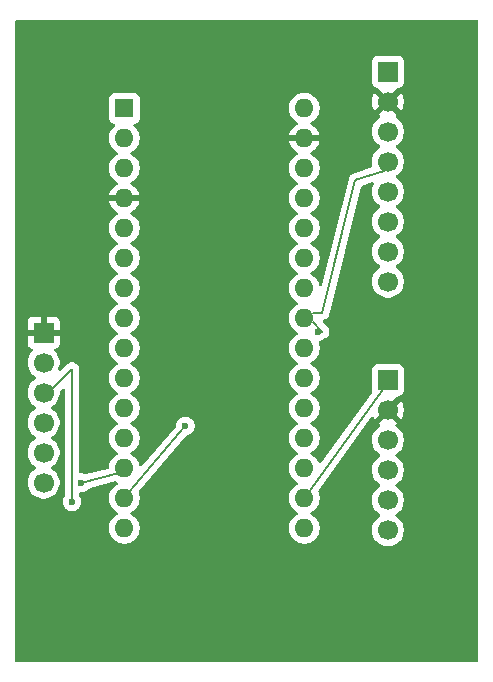
<source format=gbr>
%TF.GenerationSoftware,KiCad,Pcbnew,9.0.7*%
%TF.CreationDate,2026-02-14T16:35:21+02:00*%
%TF.ProjectId,Nano_Blackbox_Telemetry,4e616e6f-5f42-46c6-9163-6b626f785f54,rev?*%
%TF.SameCoordinates,Original*%
%TF.FileFunction,Copper,L1,Top*%
%TF.FilePolarity,Positive*%
%FSLAX46Y46*%
G04 Gerber Fmt 4.6, Leading zero omitted, Abs format (unit mm)*
G04 Created by KiCad (PCBNEW 9.0.7) date 2026-02-14 16:35:21*
%MOMM*%
%LPD*%
G01*
G04 APERTURE LIST*
%TA.AperFunction,Conductor*%
%ADD10C,0.200000*%
%TD*%
%TA.AperFunction,ComponentPad*%
%ADD11O,1.600000X1.600000*%
%TD*%
%TA.AperFunction,ComponentPad*%
%ADD12R,1.600000X1.600000*%
%TD*%
%TA.AperFunction,ComponentPad*%
%ADD13R,1.700000X1.700000*%
%TD*%
%TA.AperFunction,ComponentPad*%
%ADD14C,1.700000*%
%TD*%
%TA.AperFunction,ViaPad*%
%ADD15C,0.600000*%
%TD*%
G04 APERTURE END LIST*
D10*
%TO.N,/SD_DI*%
X140800000Y-102400000D02*
X145600000Y-96800000D01*
%TO.N,/SD_CS*%
X136800000Y-101600000D02*
X140000000Y-100800000D01*
%TO.N,/SDA*%
X157200000Y-88800000D02*
X156800000Y-88800000D01*
X157200000Y-88800000D02*
X156400000Y-88000000D01*
X160000000Y-76000000D02*
X162400000Y-75200000D01*
X157200000Y-87200000D02*
X156400000Y-87200000D01*
%TO.N,/SD_DO*%
X136000000Y-92000000D02*
X134400000Y-93600000D01*
%TO.N,/3V3*%
X162400000Y-93600000D02*
X156029050Y-102400000D01*
%TO.N,/SDA*%
X157200000Y-87200000D02*
X160000000Y-76000000D01*
%TO.N,/SD_DO*%
X136000000Y-103200000D02*
X136000000Y-92000000D01*
%TD*%
D11*
%TO.P,A1,30,VIN*%
%TO.N,unconnected-(A1-VIN-Pad30)*%
X155670000Y-69900000D03*
%TO.P,A1,29,GND*%
%TO.N,/GND*%
X155670000Y-72440000D03*
%TO.P,A1,28,~{RESET}*%
%TO.N,unconnected-(A1-~{RESET}-Pad28)*%
X155670000Y-74980000D03*
%TO.P,A1,27,+5V*%
%TO.N,/5V*%
X155670000Y-77520000D03*
%TO.P,A1,26,A7*%
%TO.N,unconnected-(A1-A7-Pad26)*%
X155670000Y-80060000D03*
%TO.P,A1,25,A6*%
%TO.N,unconnected-(A1-A6-Pad25)*%
X155670000Y-82600000D03*
%TO.P,A1,24,A5*%
%TO.N,/SCL*%
X155670000Y-85140000D03*
%TO.P,A1,23,A4*%
%TO.N,/SDA*%
X155670000Y-87680000D03*
%TO.P,A1,22,A3*%
%TO.N,unconnected-(A1-A3-Pad22)*%
X155670000Y-90220000D03*
%TO.P,A1,21,A2*%
%TO.N,unconnected-(A1-A2-Pad21)*%
X155670000Y-92760000D03*
%TO.P,A1,20,A1*%
%TO.N,unconnected-(A1-A1-Pad20)*%
X155670000Y-95300000D03*
%TO.P,A1,19,A0*%
%TO.N,unconnected-(A1-A0-Pad19)*%
X155670000Y-97840000D03*
%TO.P,A1,18,AREF*%
%TO.N,unconnected-(A1-AREF-Pad18)*%
X155670000Y-100380000D03*
%TO.P,A1,17,3V3*%
%TO.N,/3V3*%
X155670000Y-102920000D03*
%TO.P,A1,16,D13*%
%TO.N,/SD_SCK*%
X155670000Y-105460000D03*
%TO.P,A1,15,D12*%
%TO.N,/SD_DO*%
X140430000Y-105460000D03*
%TO.P,A1,14,D11*%
%TO.N,/SD_DI*%
X140430000Y-102920000D03*
%TO.P,A1,13,D10*%
%TO.N,/SD_CS*%
X140430000Y-100380000D03*
%TO.P,A1,12,D9*%
%TO.N,unconnected-(A1-D9-Pad12)*%
X140430000Y-97840000D03*
%TO.P,A1,11,D8*%
%TO.N,unconnected-(A1-D8-Pad11)*%
X140430000Y-95300000D03*
%TO.P,A1,10,D7*%
%TO.N,unconnected-(A1-D7-Pad10)*%
X140430000Y-92760000D03*
%TO.P,A1,9,D6*%
%TO.N,unconnected-(A1-D6-Pad9)*%
X140430000Y-90220000D03*
%TO.P,A1,8,D5*%
%TO.N,unconnected-(A1-D5-Pad8)*%
X140430000Y-87680000D03*
%TO.P,A1,7,D4*%
%TO.N,unconnected-(A1-D4-Pad7)*%
X140430000Y-85140000D03*
%TO.P,A1,6,D3*%
%TO.N,unconnected-(A1-D3-Pad6)*%
X140430000Y-82600000D03*
%TO.P,A1,5,D2*%
%TO.N,unconnected-(A1-D2-Pad5)*%
X140430000Y-80060000D03*
%TO.P,A1,4,GND*%
%TO.N,/GND*%
X140430000Y-77520000D03*
%TO.P,A1,3,~{RESET}*%
%TO.N,unconnected-(A1-~{RESET}-Pad3)*%
X140430000Y-74980000D03*
%TO.P,A1,2,D0/RX*%
%TO.N,unconnected-(A1-D0{slash}RX-Pad2)*%
X140430000Y-72440000D03*
D12*
%TO.P,A1,1,D1/TX*%
%TO.N,unconnected-(A1-D1{slash}TX-Pad1)*%
X140430000Y-69900000D03*
%TD*%
D13*
%TO.P,J3,1,Pin_1*%
%TO.N,/GND*%
X133600000Y-88900000D03*
D14*
%TO.P,J3,2,Pin_2*%
%TO.N,/5V*%
X133600000Y-91440000D03*
%TO.P,J3,3,Pin_3*%
%TO.N,/SD_DO*%
X133600000Y-93980000D03*
%TO.P,J3,4,Pin_4*%
%TO.N,/SD_DI*%
X133600000Y-96520000D03*
%TO.P,J3,5,Pin_5*%
%TO.N,/SD_SCK*%
X133600000Y-99060000D03*
%TO.P,J3,6,Pin_6*%
%TO.N,/SD_CS*%
X133600000Y-101600000D03*
%TD*%
D13*
%TO.P,J2,1,Pin_1*%
%TO.N,/3V3*%
X162750000Y-92920000D03*
D14*
%TO.P,J2,2,Pin_2*%
%TO.N,/GND*%
X162750000Y-95460000D03*
%TO.P,J2,3,Pin_3*%
%TO.N,/SCL*%
X162750000Y-98000000D03*
%TO.P,J2,4,Pin_4*%
%TO.N,/SDA*%
X162750000Y-100540000D03*
%TO.P,J2,5,Pin_5*%
%TO.N,unconnected-(J2-Pin_5-Pad5)*%
X162750000Y-103080000D03*
%TO.P,J2,6,Pin_6*%
%TO.N,unconnected-(J2-Pin_6-Pad6)*%
X162750000Y-105620000D03*
%TD*%
D13*
%TO.P,J1,1,Pin_1*%
%TO.N,/5V*%
X162750000Y-66800000D03*
D14*
%TO.P,J1,2,Pin_2*%
%TO.N,/GND*%
X162750000Y-69340000D03*
%TO.P,J1,3,Pin_3*%
%TO.N,/SCL*%
X162750000Y-71880000D03*
%TO.P,J1,4,Pin_4*%
%TO.N,/SDA*%
X162750000Y-74420000D03*
%TO.P,J1,5,Pin_5*%
%TO.N,unconnected-(J1-Pin_5-Pad5)*%
X162750000Y-76960000D03*
%TO.P,J1,6,Pin_6*%
%TO.N,unconnected-(J1-Pin_6-Pad6)*%
X162750000Y-79500000D03*
%TO.P,J1,7,Pin_7*%
%TO.N,unconnected-(J1-Pin_7-Pad7)*%
X162750000Y-82040000D03*
%TO.P,J1,8,Pin_8*%
%TO.N,unconnected-(J1-Pin_8-Pad8)*%
X162750000Y-84580000D03*
%TD*%
D15*
%TO.N,/SDA*%
X156800000Y-88800000D03*
%TO.N,/SD_CS*%
X136800000Y-101600000D03*
%TO.N,/SD_DO*%
X136000000Y-103200000D03*
%TO.N,/SD_DI*%
X145600000Y-96800000D03*
%TD*%
%TA.AperFunction,Conductor*%
%TO.N,/GND*%
G36*
X170343039Y-62419685D02*
G01*
X170388794Y-62472489D01*
X170400000Y-62524000D01*
X170400000Y-116676000D01*
X170380315Y-116743039D01*
X170327511Y-116788794D01*
X170276000Y-116800000D01*
X131324000Y-116800000D01*
X131256961Y-116780315D01*
X131211206Y-116727511D01*
X131200000Y-116676000D01*
X131200000Y-91333713D01*
X132249500Y-91333713D01*
X132249500Y-91546286D01*
X132275818Y-91712455D01*
X132282754Y-91756243D01*
X132336268Y-91920942D01*
X132348444Y-91958414D01*
X132444951Y-92147820D01*
X132569890Y-92319786D01*
X132720213Y-92470109D01*
X132892182Y-92595050D01*
X132900946Y-92599516D01*
X132951742Y-92647491D01*
X132968536Y-92715312D01*
X132945998Y-92781447D01*
X132900946Y-92820484D01*
X132892182Y-92824949D01*
X132720213Y-92949890D01*
X132569890Y-93100213D01*
X132444951Y-93272179D01*
X132348444Y-93461585D01*
X132282753Y-93663760D01*
X132249500Y-93873713D01*
X132249500Y-94086286D01*
X132282753Y-94296239D01*
X132348444Y-94498414D01*
X132444951Y-94687820D01*
X132569890Y-94859786D01*
X132720213Y-95010109D01*
X132892182Y-95135050D01*
X132900946Y-95139516D01*
X132951742Y-95187491D01*
X132968536Y-95255312D01*
X132945998Y-95321447D01*
X132900946Y-95360484D01*
X132892182Y-95364949D01*
X132720213Y-95489890D01*
X132569890Y-95640213D01*
X132444951Y-95812179D01*
X132348444Y-96001585D01*
X132282753Y-96203760D01*
X132269140Y-96289711D01*
X132249500Y-96413713D01*
X132249500Y-96626287D01*
X132282754Y-96836243D01*
X132346847Y-97033501D01*
X132348444Y-97038414D01*
X132444951Y-97227820D01*
X132569890Y-97399786D01*
X132720213Y-97550109D01*
X132892182Y-97675050D01*
X132900946Y-97679516D01*
X132951742Y-97727491D01*
X132968536Y-97795312D01*
X132945998Y-97861447D01*
X132900946Y-97900484D01*
X132892182Y-97904949D01*
X132720213Y-98029890D01*
X132569890Y-98180213D01*
X132444951Y-98352179D01*
X132348444Y-98541585D01*
X132282753Y-98743760D01*
X132249500Y-98953713D01*
X132249500Y-99166286D01*
X132275827Y-99332512D01*
X132282754Y-99376243D01*
X132285583Y-99384951D01*
X132348444Y-99578414D01*
X132444951Y-99767820D01*
X132569890Y-99939786D01*
X132720213Y-100090109D01*
X132892182Y-100215050D01*
X132900946Y-100219516D01*
X132951742Y-100267491D01*
X132968536Y-100335312D01*
X132945998Y-100401447D01*
X132900946Y-100440484D01*
X132892182Y-100444949D01*
X132720213Y-100569890D01*
X132569890Y-100720213D01*
X132444951Y-100892179D01*
X132348444Y-101081585D01*
X132282753Y-101283760D01*
X132249500Y-101493713D01*
X132249500Y-101706286D01*
X132275827Y-101872512D01*
X132282754Y-101916243D01*
X132327565Y-102054157D01*
X132348444Y-102118414D01*
X132444951Y-102307820D01*
X132569890Y-102479786D01*
X132720213Y-102630109D01*
X132892179Y-102755048D01*
X132892181Y-102755049D01*
X132892184Y-102755051D01*
X133081588Y-102851557D01*
X133283757Y-102917246D01*
X133493713Y-102950500D01*
X133493714Y-102950500D01*
X133706286Y-102950500D01*
X133706287Y-102950500D01*
X133916243Y-102917246D01*
X134118412Y-102851557D01*
X134307816Y-102755051D01*
X134329789Y-102739086D01*
X134479786Y-102630109D01*
X134479788Y-102630106D01*
X134479792Y-102630104D01*
X134630104Y-102479792D01*
X134630106Y-102479788D01*
X134630109Y-102479786D01*
X134739086Y-102329789D01*
X134755051Y-102307816D01*
X134851557Y-102118412D01*
X134917246Y-101916243D01*
X134950500Y-101706287D01*
X134950500Y-101493713D01*
X134917246Y-101283757D01*
X134851557Y-101081588D01*
X134755051Y-100892184D01*
X134755049Y-100892181D01*
X134755048Y-100892179D01*
X134630109Y-100720213D01*
X134479786Y-100569890D01*
X134307820Y-100444951D01*
X134307115Y-100444591D01*
X134299054Y-100440485D01*
X134248259Y-100392512D01*
X134231463Y-100324692D01*
X134253999Y-100258556D01*
X134299054Y-100219515D01*
X134307816Y-100215051D01*
X134329789Y-100199086D01*
X134479786Y-100090109D01*
X134479788Y-100090106D01*
X134479792Y-100090104D01*
X134630104Y-99939792D01*
X134630106Y-99939788D01*
X134630109Y-99939786D01*
X134755048Y-99767820D01*
X134755047Y-99767820D01*
X134755051Y-99767816D01*
X134851557Y-99578412D01*
X134917246Y-99376243D01*
X134950500Y-99166287D01*
X134950500Y-98953713D01*
X134917246Y-98743757D01*
X134851557Y-98541588D01*
X134755051Y-98352184D01*
X134755049Y-98352181D01*
X134755048Y-98352179D01*
X134630109Y-98180213D01*
X134479786Y-98029890D01*
X134307820Y-97904951D01*
X134307115Y-97904591D01*
X134299054Y-97900485D01*
X134248259Y-97852512D01*
X134231463Y-97784692D01*
X134253999Y-97718556D01*
X134299054Y-97679515D01*
X134307816Y-97675051D01*
X134374176Y-97626838D01*
X134479786Y-97550109D01*
X134479788Y-97550106D01*
X134479792Y-97550104D01*
X134630104Y-97399792D01*
X134630106Y-97399788D01*
X134630109Y-97399786D01*
X134755048Y-97227820D01*
X134755047Y-97227820D01*
X134755051Y-97227816D01*
X134851557Y-97038412D01*
X134917246Y-96836243D01*
X134950500Y-96626287D01*
X134950500Y-96413713D01*
X134917246Y-96203757D01*
X134851557Y-96001588D01*
X134755051Y-95812184D01*
X134755049Y-95812181D01*
X134755048Y-95812179D01*
X134630109Y-95640213D01*
X134479786Y-95489890D01*
X134307820Y-95364951D01*
X134307115Y-95364591D01*
X134299054Y-95360485D01*
X134248259Y-95312512D01*
X134231463Y-95244692D01*
X134253999Y-95178556D01*
X134299054Y-95139515D01*
X134307816Y-95135051D01*
X134411252Y-95059901D01*
X134479786Y-95010109D01*
X134479788Y-95010106D01*
X134479792Y-95010104D01*
X134630104Y-94859792D01*
X134630106Y-94859788D01*
X134630109Y-94859786D01*
X134755048Y-94687820D01*
X134755047Y-94687820D01*
X134755051Y-94687816D01*
X134851557Y-94498412D01*
X134917246Y-94296243D01*
X134950500Y-94086287D01*
X134950500Y-93950097D01*
X134970185Y-93883058D01*
X134986819Y-93862416D01*
X135187819Y-93661416D01*
X135249142Y-93627931D01*
X135318834Y-93632915D01*
X135374767Y-93674787D01*
X135399184Y-93740251D01*
X135399500Y-93749097D01*
X135399500Y-102620234D01*
X135379815Y-102687273D01*
X135378602Y-102689125D01*
X135290609Y-102820814D01*
X135290602Y-102820827D01*
X135230264Y-102966498D01*
X135230261Y-102966510D01*
X135199500Y-103121153D01*
X135199500Y-103278846D01*
X135230261Y-103433489D01*
X135230264Y-103433501D01*
X135290602Y-103579172D01*
X135290609Y-103579185D01*
X135378210Y-103710288D01*
X135378213Y-103710292D01*
X135489707Y-103821786D01*
X135489711Y-103821789D01*
X135620814Y-103909390D01*
X135620827Y-103909397D01*
X135742479Y-103959786D01*
X135766503Y-103969737D01*
X135921153Y-104000499D01*
X135921156Y-104000500D01*
X135921158Y-104000500D01*
X136078844Y-104000500D01*
X136078845Y-104000499D01*
X136233497Y-103969737D01*
X136379179Y-103909394D01*
X136510289Y-103821789D01*
X136621789Y-103710289D01*
X136709394Y-103579179D01*
X136769737Y-103433497D01*
X136800500Y-103278842D01*
X136800500Y-103121158D01*
X136800500Y-103121155D01*
X136800499Y-103121153D01*
X136769738Y-102966510D01*
X136769737Y-102966503D01*
X136769735Y-102966498D01*
X136709397Y-102820827D01*
X136709390Y-102820814D01*
X136621398Y-102689125D01*
X136615747Y-102671078D01*
X136605523Y-102655169D01*
X136601071Y-102624207D01*
X136600520Y-102622447D01*
X136600500Y-102620234D01*
X136600500Y-102524500D01*
X136620185Y-102457461D01*
X136672989Y-102411706D01*
X136724500Y-102400500D01*
X136878844Y-102400500D01*
X136878845Y-102400499D01*
X137033497Y-102369737D01*
X137179179Y-102309394D01*
X137310289Y-102221789D01*
X137421789Y-102110289D01*
X137432700Y-102093958D01*
X137486310Y-102049151D01*
X137505722Y-102042549D01*
X139689671Y-101496562D01*
X139716208Y-101497640D01*
X139742632Y-101494991D01*
X139755039Y-101499219D01*
X139759482Y-101499400D01*
X139776039Y-101506376D01*
X139841079Y-101539516D01*
X139891875Y-101587490D01*
X139908670Y-101655311D01*
X139886132Y-101721446D01*
X139841079Y-101760484D01*
X139748391Y-101807711D01*
X139748389Y-101807712D01*
X139582786Y-101928028D01*
X139438028Y-102072786D01*
X139317715Y-102238386D01*
X139224781Y-102420776D01*
X139161522Y-102615465D01*
X139129500Y-102817648D01*
X139129500Y-103022351D01*
X139161522Y-103224534D01*
X139224781Y-103419223D01*
X139288691Y-103544653D01*
X139306280Y-103579172D01*
X139317715Y-103601613D01*
X139438028Y-103767213D01*
X139582786Y-103911971D01*
X139737749Y-104024556D01*
X139748390Y-104032287D01*
X139839840Y-104078883D01*
X139841080Y-104079515D01*
X139891876Y-104127490D01*
X139908671Y-104195311D01*
X139886134Y-104261446D01*
X139841080Y-104300485D01*
X139748386Y-104347715D01*
X139582786Y-104468028D01*
X139438028Y-104612786D01*
X139317715Y-104778386D01*
X139224781Y-104960776D01*
X139161522Y-105155465D01*
X139129500Y-105357648D01*
X139129500Y-105562351D01*
X139161522Y-105764534D01*
X139224781Y-105959223D01*
X139317715Y-106141613D01*
X139438028Y-106307213D01*
X139582786Y-106451971D01*
X139737749Y-106564556D01*
X139748390Y-106572287D01*
X139864607Y-106631503D01*
X139930776Y-106665218D01*
X139930778Y-106665218D01*
X139930781Y-106665220D01*
X140035137Y-106699127D01*
X140125465Y-106728477D01*
X140226557Y-106744488D01*
X140327648Y-106760500D01*
X140327649Y-106760500D01*
X140532351Y-106760500D01*
X140532352Y-106760500D01*
X140734534Y-106728477D01*
X140929219Y-106665220D01*
X141111610Y-106572287D01*
X141211400Y-106499786D01*
X141277213Y-106451971D01*
X141277215Y-106451968D01*
X141277219Y-106451966D01*
X141421966Y-106307219D01*
X141421968Y-106307215D01*
X141421971Y-106307213D01*
X141474732Y-106234590D01*
X141542287Y-106141610D01*
X141635220Y-105959219D01*
X141698477Y-105764534D01*
X141730500Y-105562352D01*
X141730500Y-105357648D01*
X141698477Y-105155466D01*
X141635220Y-104960781D01*
X141635218Y-104960778D01*
X141635218Y-104960776D01*
X141601503Y-104894607D01*
X141542287Y-104778390D01*
X141514550Y-104740213D01*
X141421971Y-104612786D01*
X141277213Y-104468028D01*
X141111614Y-104347715D01*
X141079902Y-104331557D01*
X141018917Y-104300483D01*
X140968123Y-104252511D01*
X140951328Y-104184690D01*
X140973865Y-104118555D01*
X141018917Y-104079516D01*
X141111610Y-104032287D01*
X141132770Y-104016913D01*
X141277213Y-103911971D01*
X141277215Y-103911968D01*
X141277219Y-103911966D01*
X141421966Y-103767219D01*
X141421968Y-103767215D01*
X141421971Y-103767213D01*
X141474732Y-103694590D01*
X141542287Y-103601610D01*
X141635220Y-103419219D01*
X141698477Y-103224534D01*
X141730500Y-103022352D01*
X141730500Y-102817648D01*
X141720585Y-102755048D01*
X141698477Y-102615465D01*
X141639646Y-102434404D01*
X141637651Y-102364562D01*
X141663427Y-102315389D01*
X145682186Y-97626837D01*
X145740760Y-97588748D01*
X145752121Y-97585923D01*
X145833497Y-97569737D01*
X145979179Y-97509394D01*
X146110289Y-97421789D01*
X146221789Y-97310289D01*
X146309394Y-97179179D01*
X146369737Y-97033497D01*
X146400500Y-96878842D01*
X146400500Y-96721158D01*
X146400500Y-96721155D01*
X146400499Y-96721153D01*
X146392861Y-96682754D01*
X146369737Y-96566503D01*
X146344353Y-96505220D01*
X146309397Y-96420827D01*
X146309390Y-96420814D01*
X146221789Y-96289711D01*
X146221786Y-96289707D01*
X146110292Y-96178213D01*
X146110288Y-96178210D01*
X145979185Y-96090609D01*
X145979172Y-96090602D01*
X145833501Y-96030264D01*
X145833489Y-96030261D01*
X145678845Y-95999500D01*
X145678842Y-95999500D01*
X145521158Y-95999500D01*
X145521155Y-95999500D01*
X145366510Y-96030261D01*
X145366498Y-96030264D01*
X145220827Y-96090602D01*
X145220814Y-96090609D01*
X145089711Y-96178210D01*
X145089707Y-96178213D01*
X144978213Y-96289707D01*
X144978210Y-96289711D01*
X144890609Y-96420814D01*
X144890602Y-96420827D01*
X144830264Y-96566498D01*
X144830261Y-96566510D01*
X144799500Y-96721153D01*
X144799500Y-96765322D01*
X144779815Y-96832361D01*
X144769648Y-96846020D01*
X141920386Y-100170158D01*
X141861811Y-100208248D01*
X141791943Y-100208623D01*
X141732963Y-100171165D01*
X141703766Y-100108859D01*
X141698477Y-100075466D01*
X141635220Y-99880781D01*
X141635218Y-99880778D01*
X141635218Y-99880776D01*
X141577661Y-99767816D01*
X141542287Y-99698390D01*
X141514550Y-99660213D01*
X141421971Y-99532786D01*
X141277213Y-99388028D01*
X141111614Y-99267715D01*
X141079902Y-99251557D01*
X141018917Y-99220483D01*
X140968123Y-99172511D01*
X140951328Y-99104690D01*
X140973865Y-99038555D01*
X141018917Y-98999516D01*
X141111610Y-98952287D01*
X141211400Y-98879786D01*
X141277213Y-98831971D01*
X141277215Y-98831968D01*
X141277219Y-98831966D01*
X141421966Y-98687219D01*
X141421968Y-98687215D01*
X141421971Y-98687213D01*
X141527774Y-98541585D01*
X141542287Y-98521610D01*
X141635220Y-98339219D01*
X141698477Y-98144534D01*
X141730500Y-97942352D01*
X141730500Y-97737648D01*
X141700796Y-97550109D01*
X141698477Y-97535465D01*
X141635218Y-97340776D01*
X141577661Y-97227816D01*
X141542287Y-97158390D01*
X141514550Y-97120213D01*
X141421971Y-96992786D01*
X141277213Y-96848028D01*
X141111614Y-96727715D01*
X141098735Y-96721153D01*
X141018917Y-96680483D01*
X140968123Y-96632511D01*
X140951328Y-96564690D01*
X140973865Y-96498555D01*
X141018917Y-96459516D01*
X141111610Y-96412287D01*
X141132770Y-96396913D01*
X141277213Y-96291971D01*
X141277215Y-96291968D01*
X141277219Y-96291966D01*
X141421966Y-96147219D01*
X141421968Y-96147215D01*
X141421971Y-96147213D01*
X141484043Y-96061776D01*
X141542287Y-95981610D01*
X141635220Y-95799219D01*
X141698477Y-95604534D01*
X141730500Y-95402352D01*
X141730500Y-95197648D01*
X141700796Y-95010109D01*
X141698477Y-94995465D01*
X141635218Y-94800776D01*
X141577661Y-94687816D01*
X141542287Y-94618390D01*
X141534556Y-94607749D01*
X141421971Y-94452786D01*
X141277213Y-94308028D01*
X141111614Y-94187715D01*
X141105006Y-94184348D01*
X141018917Y-94140483D01*
X140968123Y-94092511D01*
X140951328Y-94024690D01*
X140973865Y-93958555D01*
X141018917Y-93919516D01*
X141111610Y-93872287D01*
X141132770Y-93856913D01*
X141277213Y-93751971D01*
X141277215Y-93751968D01*
X141277219Y-93751966D01*
X141421966Y-93607219D01*
X141421968Y-93607215D01*
X141421971Y-93607213D01*
X141527774Y-93461585D01*
X141542287Y-93441610D01*
X141635220Y-93259219D01*
X141698477Y-93064534D01*
X141730500Y-92862352D01*
X141730500Y-92657648D01*
X141700796Y-92470109D01*
X141698477Y-92455465D01*
X141635218Y-92260776D01*
X141570176Y-92133126D01*
X141542287Y-92078390D01*
X141501416Y-92022135D01*
X141421971Y-91912786D01*
X141277213Y-91768028D01*
X141111614Y-91647715D01*
X141069392Y-91626202D01*
X141018917Y-91600483D01*
X140968123Y-91552511D01*
X140951328Y-91484690D01*
X140973865Y-91418555D01*
X141018917Y-91379516D01*
X141111610Y-91332287D01*
X141132770Y-91316913D01*
X141277213Y-91211971D01*
X141277215Y-91211968D01*
X141277219Y-91211966D01*
X141421966Y-91067219D01*
X141421968Y-91067215D01*
X141421971Y-91067213D01*
X141527774Y-90921585D01*
X141542287Y-90901610D01*
X141635220Y-90719219D01*
X141698477Y-90524534D01*
X141730500Y-90322352D01*
X141730500Y-90117648D01*
X141698477Y-89915466D01*
X141679603Y-89857379D01*
X141660254Y-89797827D01*
X141635220Y-89720781D01*
X141635218Y-89720778D01*
X141635218Y-89720776D01*
X141601503Y-89654607D01*
X141542287Y-89538390D01*
X141521223Y-89509397D01*
X141421971Y-89372786D01*
X141277213Y-89228028D01*
X141111614Y-89107715D01*
X141082720Y-89092993D01*
X141018917Y-89060483D01*
X140968123Y-89012511D01*
X140951328Y-88944690D01*
X140973865Y-88878555D01*
X141018917Y-88839516D01*
X141111610Y-88792287D01*
X141209805Y-88720945D01*
X141277213Y-88671971D01*
X141277215Y-88671968D01*
X141277219Y-88671966D01*
X141421966Y-88527219D01*
X141421968Y-88527215D01*
X141421971Y-88527213D01*
X141474732Y-88454590D01*
X141542287Y-88361610D01*
X141635220Y-88179219D01*
X141698477Y-87984534D01*
X141730500Y-87782352D01*
X141730500Y-87577648D01*
X141706838Y-87428256D01*
X141698477Y-87375465D01*
X141635218Y-87180776D01*
X141601503Y-87114607D01*
X141542287Y-86998390D01*
X141534556Y-86987749D01*
X141421971Y-86832786D01*
X141277213Y-86688028D01*
X141111614Y-86567715D01*
X141105006Y-86564348D01*
X141018917Y-86520483D01*
X140968123Y-86472511D01*
X140951328Y-86404690D01*
X140973865Y-86338555D01*
X141018917Y-86299516D01*
X141111610Y-86252287D01*
X141132770Y-86236913D01*
X141277213Y-86131971D01*
X141277215Y-86131968D01*
X141277219Y-86131966D01*
X141421966Y-85987219D01*
X141421968Y-85987215D01*
X141421971Y-85987213D01*
X141487335Y-85897246D01*
X141542287Y-85821610D01*
X141635220Y-85639219D01*
X141698477Y-85444534D01*
X141730500Y-85242352D01*
X141730500Y-85037648D01*
X141698477Y-84835466D01*
X141635220Y-84640781D01*
X141635218Y-84640778D01*
X141635218Y-84640776D01*
X141550094Y-84473713D01*
X141542287Y-84458390D01*
X141534556Y-84447749D01*
X141421971Y-84292786D01*
X141277213Y-84148028D01*
X141111614Y-84027715D01*
X141105006Y-84024348D01*
X141018917Y-83980483D01*
X140968123Y-83932511D01*
X140951328Y-83864690D01*
X140973865Y-83798555D01*
X141018917Y-83759516D01*
X141111610Y-83712287D01*
X141132770Y-83696913D01*
X141277213Y-83591971D01*
X141277215Y-83591968D01*
X141277219Y-83591966D01*
X141421966Y-83447219D01*
X141421968Y-83447215D01*
X141421971Y-83447213D01*
X141517801Y-83315312D01*
X141542287Y-83281610D01*
X141635220Y-83099219D01*
X141698477Y-82904534D01*
X141730500Y-82702352D01*
X141730500Y-82497648D01*
X141698477Y-82295466D01*
X141635220Y-82100781D01*
X141635218Y-82100778D01*
X141635218Y-82100776D01*
X141550094Y-81933713D01*
X141542287Y-81918390D01*
X141534556Y-81907749D01*
X141421971Y-81752786D01*
X141277213Y-81608028D01*
X141111614Y-81487715D01*
X141105006Y-81484348D01*
X141018917Y-81440483D01*
X140968123Y-81392511D01*
X140951328Y-81324690D01*
X140973865Y-81258555D01*
X141018917Y-81219516D01*
X141111610Y-81172287D01*
X141132770Y-81156913D01*
X141277213Y-81051971D01*
X141277215Y-81051968D01*
X141277219Y-81051966D01*
X141421966Y-80907219D01*
X141421968Y-80907215D01*
X141421971Y-80907213D01*
X141517801Y-80775312D01*
X141542287Y-80741610D01*
X141635220Y-80559219D01*
X141698477Y-80364534D01*
X141730500Y-80162352D01*
X141730500Y-79957648D01*
X141698477Y-79755466D01*
X141635220Y-79560781D01*
X141635218Y-79560778D01*
X141635218Y-79560776D01*
X141550094Y-79393713D01*
X141542287Y-79378390D01*
X141534556Y-79367749D01*
X141421971Y-79212786D01*
X141277213Y-79068028D01*
X141111611Y-78947713D01*
X141018369Y-78900203D01*
X140967574Y-78852229D01*
X140950779Y-78784407D01*
X140973317Y-78718273D01*
X141018371Y-78679234D01*
X141111347Y-78631861D01*
X141276894Y-78511582D01*
X141276895Y-78511582D01*
X141421582Y-78366895D01*
X141421582Y-78366894D01*
X141541859Y-78201349D01*
X141634755Y-78019029D01*
X141697990Y-77824413D01*
X141706609Y-77770000D01*
X140863012Y-77770000D01*
X140895925Y-77712993D01*
X140930000Y-77585826D01*
X140930000Y-77454174D01*
X140895925Y-77327007D01*
X140863012Y-77270000D01*
X141706609Y-77270000D01*
X141697990Y-77215586D01*
X141634755Y-77020970D01*
X141541859Y-76838650D01*
X141421582Y-76673105D01*
X141421582Y-76673104D01*
X141276895Y-76528417D01*
X141111349Y-76408140D01*
X141018370Y-76360765D01*
X140967574Y-76312790D01*
X140950779Y-76244969D01*
X140973316Y-76178835D01*
X141018370Y-76139795D01*
X141018920Y-76139515D01*
X141111610Y-76092287D01*
X141132770Y-76076913D01*
X141277213Y-75971971D01*
X141277215Y-75971968D01*
X141277219Y-75971966D01*
X141421966Y-75827219D01*
X141421968Y-75827215D01*
X141421971Y-75827213D01*
X141476243Y-75752512D01*
X141542287Y-75661610D01*
X141635220Y-75479219D01*
X141698477Y-75284534D01*
X141730500Y-75082352D01*
X141730500Y-74877648D01*
X141698477Y-74675466D01*
X141635220Y-74480781D01*
X141635218Y-74480778D01*
X141635218Y-74480776D01*
X141550094Y-74313713D01*
X141542287Y-74298390D01*
X141534556Y-74287749D01*
X141421971Y-74132786D01*
X141277213Y-73988028D01*
X141111614Y-73867715D01*
X141105006Y-73864348D01*
X141018917Y-73820483D01*
X140968123Y-73772511D01*
X140951328Y-73704690D01*
X140973865Y-73638555D01*
X141018917Y-73599516D01*
X141111610Y-73552287D01*
X141132770Y-73536913D01*
X141277213Y-73431971D01*
X141277215Y-73431968D01*
X141277219Y-73431966D01*
X141421966Y-73287219D01*
X141421968Y-73287215D01*
X141421971Y-73287213D01*
X141517801Y-73155312D01*
X141542287Y-73121610D01*
X141635220Y-72939219D01*
X141698477Y-72744534D01*
X141730500Y-72542352D01*
X141730500Y-72337648D01*
X141708103Y-72196239D01*
X141698477Y-72135465D01*
X141635218Y-71940776D01*
X141542419Y-71758650D01*
X141542287Y-71758390D01*
X141534556Y-71747749D01*
X141421971Y-71592786D01*
X141277219Y-71448034D01*
X141240930Y-71421669D01*
X141198264Y-71366339D01*
X141192285Y-71296726D01*
X141224890Y-71234931D01*
X141285728Y-71200573D01*
X141300562Y-71198060D01*
X141337483Y-71194091D01*
X141472328Y-71143797D01*
X141472327Y-71143797D01*
X141472331Y-71143796D01*
X141587546Y-71057546D01*
X141673796Y-70942331D01*
X141724091Y-70807483D01*
X141730500Y-70747873D01*
X141730499Y-69797648D01*
X154369500Y-69797648D01*
X154369500Y-70002351D01*
X154401522Y-70204534D01*
X154464781Y-70399223D01*
X154493339Y-70455270D01*
X154548105Y-70562754D01*
X154557715Y-70581613D01*
X154678028Y-70747213D01*
X154822786Y-70891971D01*
X154971771Y-71000213D01*
X154988390Y-71012287D01*
X155060424Y-71048990D01*
X155081629Y-71059795D01*
X155132425Y-71107770D01*
X155149220Y-71175591D01*
X155126682Y-71241726D01*
X155081629Y-71280765D01*
X154988650Y-71328140D01*
X154823105Y-71448417D01*
X154823104Y-71448417D01*
X154678417Y-71593104D01*
X154678417Y-71593105D01*
X154558140Y-71758650D01*
X154465244Y-71940970D01*
X154402009Y-72135586D01*
X154393391Y-72190000D01*
X155236988Y-72190000D01*
X155204075Y-72247007D01*
X155170000Y-72374174D01*
X155170000Y-72505826D01*
X155204075Y-72632993D01*
X155236988Y-72690000D01*
X154393391Y-72690000D01*
X154402009Y-72744413D01*
X154465244Y-72939029D01*
X154558140Y-73121349D01*
X154678417Y-73286894D01*
X154678417Y-73286895D01*
X154823104Y-73431582D01*
X154988652Y-73551861D01*
X155081628Y-73599234D01*
X155132425Y-73647208D01*
X155149220Y-73715029D01*
X155126683Y-73781164D01*
X155081630Y-73820203D01*
X154988388Y-73867713D01*
X154822786Y-73988028D01*
X154678028Y-74132786D01*
X154557715Y-74298386D01*
X154464781Y-74480776D01*
X154401522Y-74675465D01*
X154369500Y-74877648D01*
X154369500Y-75082351D01*
X154401522Y-75284534D01*
X154464781Y-75479223D01*
X154496990Y-75542435D01*
X154557268Y-75660737D01*
X154557715Y-75661613D01*
X154678028Y-75827213D01*
X154822786Y-75971971D01*
X154971771Y-76080213D01*
X154988390Y-76092287D01*
X155079840Y-76138883D01*
X155081080Y-76139515D01*
X155131876Y-76187490D01*
X155148671Y-76255311D01*
X155126134Y-76321446D01*
X155081080Y-76360485D01*
X154988386Y-76407715D01*
X154822786Y-76528028D01*
X154678028Y-76672786D01*
X154557715Y-76838386D01*
X154464781Y-77020776D01*
X154401522Y-77215465D01*
X154369500Y-77417648D01*
X154369500Y-77622351D01*
X154401522Y-77824534D01*
X154464781Y-78019223D01*
X154513607Y-78115048D01*
X154540328Y-78167491D01*
X154557715Y-78201613D01*
X154678028Y-78367213D01*
X154822786Y-78511971D01*
X154971771Y-78620213D01*
X154988390Y-78632287D01*
X155079840Y-78678883D01*
X155081080Y-78679515D01*
X155131876Y-78727490D01*
X155148671Y-78795311D01*
X155126134Y-78861446D01*
X155081080Y-78900485D01*
X154988386Y-78947715D01*
X154822786Y-79068028D01*
X154678028Y-79212786D01*
X154557715Y-79378386D01*
X154464781Y-79560776D01*
X154401522Y-79755465D01*
X154369500Y-79957648D01*
X154369500Y-80162351D01*
X154401522Y-80364534D01*
X154464781Y-80559223D01*
X154513607Y-80655048D01*
X154540328Y-80707491D01*
X154557715Y-80741613D01*
X154678028Y-80907213D01*
X154822786Y-81051971D01*
X154971771Y-81160213D01*
X154988390Y-81172287D01*
X155079840Y-81218883D01*
X155081080Y-81219515D01*
X155131876Y-81267490D01*
X155148671Y-81335311D01*
X155126134Y-81401446D01*
X155081080Y-81440485D01*
X154988386Y-81487715D01*
X154822786Y-81608028D01*
X154678028Y-81752786D01*
X154557715Y-81918386D01*
X154464781Y-82100776D01*
X154401522Y-82295465D01*
X154369500Y-82497648D01*
X154369500Y-82702351D01*
X154401522Y-82904534D01*
X154464781Y-83099223D01*
X154513607Y-83195048D01*
X154540328Y-83247491D01*
X154557715Y-83281613D01*
X154678028Y-83447213D01*
X154822786Y-83591971D01*
X154971771Y-83700213D01*
X154988390Y-83712287D01*
X155079840Y-83758883D01*
X155081080Y-83759515D01*
X155131876Y-83807490D01*
X155148671Y-83875311D01*
X155126134Y-83941446D01*
X155081080Y-83980485D01*
X154988386Y-84027715D01*
X154822786Y-84148028D01*
X154678028Y-84292786D01*
X154557715Y-84458386D01*
X154464781Y-84640776D01*
X154401522Y-84835465D01*
X154369500Y-85037648D01*
X154369500Y-85242351D01*
X154401522Y-85444534D01*
X154464781Y-85639223D01*
X154557715Y-85821613D01*
X154678028Y-85987213D01*
X154822786Y-86131971D01*
X154977749Y-86244556D01*
X154988390Y-86252287D01*
X155079840Y-86298883D01*
X155081080Y-86299515D01*
X155131876Y-86347490D01*
X155148671Y-86415311D01*
X155126134Y-86481446D01*
X155081080Y-86520485D01*
X154988386Y-86567715D01*
X154822786Y-86688028D01*
X154678028Y-86832786D01*
X154557715Y-86998386D01*
X154464781Y-87180776D01*
X154401522Y-87375465D01*
X154369500Y-87577648D01*
X154369500Y-87782351D01*
X154401522Y-87984534D01*
X154464781Y-88179223D01*
X154557715Y-88361613D01*
X154678028Y-88527213D01*
X154822786Y-88671971D01*
X154977749Y-88784556D01*
X154988390Y-88792287D01*
X155070598Y-88834174D01*
X155081080Y-88839515D01*
X155131876Y-88887490D01*
X155148671Y-88955311D01*
X155126134Y-89021446D01*
X155081080Y-89060485D01*
X154988386Y-89107715D01*
X154822786Y-89228028D01*
X154678028Y-89372786D01*
X154557715Y-89538386D01*
X154464781Y-89720776D01*
X154401522Y-89915465D01*
X154369500Y-90117648D01*
X154369500Y-90322351D01*
X154401522Y-90524534D01*
X154464781Y-90719223D01*
X154557715Y-90901613D01*
X154678028Y-91067213D01*
X154822786Y-91211971D01*
X154977749Y-91324556D01*
X154988390Y-91332287D01*
X155079840Y-91378883D01*
X155081080Y-91379515D01*
X155131876Y-91427490D01*
X155148671Y-91495311D01*
X155126134Y-91561446D01*
X155081080Y-91600485D01*
X154988386Y-91647715D01*
X154822786Y-91768028D01*
X154678028Y-91912786D01*
X154557715Y-92078386D01*
X154464781Y-92260776D01*
X154401522Y-92455465D01*
X154369500Y-92657648D01*
X154369500Y-92862351D01*
X154401522Y-93064534D01*
X154464781Y-93259223D01*
X154557715Y-93441613D01*
X154678028Y-93607213D01*
X154822786Y-93751971D01*
X154974804Y-93862416D01*
X154988390Y-93872287D01*
X155079840Y-93918883D01*
X155081080Y-93919515D01*
X155131876Y-93967490D01*
X155148671Y-94035311D01*
X155126134Y-94101446D01*
X155081080Y-94140485D01*
X154988386Y-94187715D01*
X154822786Y-94308028D01*
X154678028Y-94452786D01*
X154557715Y-94618386D01*
X154464781Y-94800776D01*
X154401522Y-94995465D01*
X154369500Y-95197648D01*
X154369500Y-95402351D01*
X154401522Y-95604534D01*
X154464781Y-95799223D01*
X154528691Y-95924653D01*
X154555984Y-95978217D01*
X154557715Y-95981613D01*
X154678028Y-96147213D01*
X154822786Y-96291971D01*
X154977749Y-96404556D01*
X154988390Y-96412287D01*
X155079840Y-96458883D01*
X155081080Y-96459515D01*
X155131876Y-96507490D01*
X155148671Y-96575311D01*
X155126134Y-96641446D01*
X155081080Y-96680485D01*
X154988386Y-96727715D01*
X154822786Y-96848028D01*
X154678028Y-96992786D01*
X154557715Y-97158386D01*
X154464781Y-97340776D01*
X154401522Y-97535465D01*
X154369500Y-97737648D01*
X154369500Y-97942351D01*
X154401522Y-98144534D01*
X154464781Y-98339223D01*
X154557715Y-98521613D01*
X154678028Y-98687213D01*
X154822786Y-98831971D01*
X154977749Y-98944556D01*
X154988390Y-98952287D01*
X155079840Y-98998883D01*
X155081080Y-98999515D01*
X155131876Y-99047490D01*
X155148671Y-99115311D01*
X155126134Y-99181446D01*
X155081080Y-99220485D01*
X154988386Y-99267715D01*
X154822786Y-99388028D01*
X154678028Y-99532786D01*
X154557715Y-99698386D01*
X154464781Y-99880776D01*
X154401522Y-100075465D01*
X154369500Y-100277648D01*
X154369500Y-100482351D01*
X154401522Y-100684534D01*
X154464781Y-100879223D01*
X154557715Y-101061613D01*
X154678028Y-101227213D01*
X154822786Y-101371971D01*
X154977735Y-101484546D01*
X154988390Y-101492287D01*
X155079840Y-101538883D01*
X155081080Y-101539515D01*
X155131876Y-101587490D01*
X155148671Y-101655311D01*
X155126134Y-101721446D01*
X155081080Y-101760485D01*
X154988386Y-101807715D01*
X154822786Y-101928028D01*
X154678028Y-102072786D01*
X154557715Y-102238386D01*
X154464781Y-102420776D01*
X154401522Y-102615465D01*
X154369500Y-102817648D01*
X154369500Y-103022351D01*
X154401522Y-103224534D01*
X154464781Y-103419223D01*
X154528691Y-103544653D01*
X154546280Y-103579172D01*
X154557715Y-103601613D01*
X154678028Y-103767213D01*
X154822786Y-103911971D01*
X154977749Y-104024556D01*
X154988390Y-104032287D01*
X155079840Y-104078883D01*
X155081080Y-104079515D01*
X155131876Y-104127490D01*
X155148671Y-104195311D01*
X155126134Y-104261446D01*
X155081080Y-104300485D01*
X154988386Y-104347715D01*
X154822786Y-104468028D01*
X154678028Y-104612786D01*
X154557715Y-104778386D01*
X154464781Y-104960776D01*
X154401522Y-105155465D01*
X154369500Y-105357648D01*
X154369500Y-105562351D01*
X154401522Y-105764534D01*
X154464781Y-105959223D01*
X154557715Y-106141613D01*
X154678028Y-106307213D01*
X154822786Y-106451971D01*
X154977749Y-106564556D01*
X154988390Y-106572287D01*
X155104607Y-106631503D01*
X155170776Y-106665218D01*
X155170778Y-106665218D01*
X155170781Y-106665220D01*
X155275137Y-106699127D01*
X155365465Y-106728477D01*
X155466557Y-106744488D01*
X155567648Y-106760500D01*
X155567649Y-106760500D01*
X155772351Y-106760500D01*
X155772352Y-106760500D01*
X155974534Y-106728477D01*
X156169219Y-106665220D01*
X156351610Y-106572287D01*
X156451400Y-106499786D01*
X156517213Y-106451971D01*
X156517215Y-106451968D01*
X156517219Y-106451966D01*
X156661966Y-106307219D01*
X156661968Y-106307215D01*
X156661971Y-106307213D01*
X156714732Y-106234590D01*
X156782287Y-106141610D01*
X156875220Y-105959219D01*
X156938477Y-105764534D01*
X156970500Y-105562352D01*
X156970500Y-105357648D01*
X156938477Y-105155466D01*
X156875220Y-104960781D01*
X156875218Y-104960778D01*
X156875218Y-104960776D01*
X156841503Y-104894607D01*
X156782287Y-104778390D01*
X156754550Y-104740213D01*
X156661971Y-104612786D01*
X156517213Y-104468028D01*
X156351614Y-104347715D01*
X156319902Y-104331557D01*
X156258917Y-104300483D01*
X156208123Y-104252511D01*
X156191328Y-104184690D01*
X156213865Y-104118555D01*
X156258917Y-104079516D01*
X156351610Y-104032287D01*
X156372770Y-104016913D01*
X156517213Y-103911971D01*
X156517215Y-103911968D01*
X156517219Y-103911966D01*
X156661966Y-103767219D01*
X156661968Y-103767215D01*
X156661971Y-103767213D01*
X156714732Y-103694590D01*
X156782287Y-103601610D01*
X156875220Y-103419219D01*
X156938477Y-103224534D01*
X156970500Y-103022352D01*
X156970500Y-102817648D01*
X156960585Y-102755048D01*
X156938477Y-102615465D01*
X156908920Y-102524500D01*
X156875220Y-102420781D01*
X156875217Y-102420776D01*
X156875216Y-102420771D01*
X156860141Y-102391185D01*
X156847244Y-102322516D01*
X156870184Y-102262174D01*
X156915046Y-102200208D01*
X161347258Y-96078126D01*
X161402512Y-96035371D01*
X161472115Y-96029274D01*
X161533965Y-96061776D01*
X161558180Y-96094551D01*
X161595375Y-96167550D01*
X161634728Y-96221716D01*
X162267037Y-95589408D01*
X162284075Y-95652993D01*
X162349901Y-95767007D01*
X162442993Y-95860099D01*
X162557007Y-95925925D01*
X162620590Y-95942962D01*
X161988282Y-96575269D01*
X161988282Y-96575270D01*
X162042452Y-96614626D01*
X162042451Y-96614626D01*
X162051495Y-96619234D01*
X162102292Y-96667208D01*
X162119087Y-96735029D01*
X162096550Y-96801164D01*
X162051499Y-96840202D01*
X162042182Y-96844949D01*
X161870213Y-96969890D01*
X161719890Y-97120213D01*
X161594951Y-97292179D01*
X161498444Y-97481585D01*
X161432753Y-97683760D01*
X161411789Y-97816125D01*
X161399500Y-97893713D01*
X161399500Y-98106287D01*
X161432754Y-98316243D01*
X161444430Y-98352179D01*
X161498444Y-98518414D01*
X161594951Y-98707820D01*
X161719890Y-98879786D01*
X161870213Y-99030109D01*
X162042182Y-99155050D01*
X162050946Y-99159516D01*
X162101742Y-99207491D01*
X162118536Y-99275312D01*
X162095998Y-99341447D01*
X162050946Y-99380484D01*
X162042182Y-99384949D01*
X161870213Y-99509890D01*
X161719890Y-99660213D01*
X161594951Y-99832179D01*
X161498444Y-100021585D01*
X161432753Y-100223760D01*
X161399500Y-100433713D01*
X161399500Y-100646286D01*
X161428638Y-100830260D01*
X161432754Y-100856243D01*
X161444430Y-100892179D01*
X161498444Y-101058414D01*
X161594951Y-101247820D01*
X161719890Y-101419786D01*
X161870213Y-101570109D01*
X162042182Y-101695050D01*
X162050946Y-101699516D01*
X162101742Y-101747491D01*
X162118536Y-101815312D01*
X162095998Y-101881447D01*
X162050946Y-101920484D01*
X162042182Y-101924949D01*
X161870213Y-102049890D01*
X161719890Y-102200213D01*
X161594951Y-102372179D01*
X161498444Y-102561585D01*
X161432753Y-102763760D01*
X161403177Y-102950500D01*
X161399500Y-102973713D01*
X161399500Y-103186287D01*
X161432754Y-103396243D01*
X161440219Y-103419219D01*
X161498444Y-103598414D01*
X161594951Y-103787820D01*
X161719890Y-103959786D01*
X161870213Y-104110109D01*
X162042182Y-104235050D01*
X162050946Y-104239516D01*
X162101742Y-104287491D01*
X162118536Y-104355312D01*
X162095998Y-104421447D01*
X162050946Y-104460484D01*
X162042182Y-104464949D01*
X161870213Y-104589890D01*
X161719890Y-104740213D01*
X161594951Y-104912179D01*
X161498444Y-105101585D01*
X161432753Y-105303760D01*
X161424218Y-105357648D01*
X161399500Y-105513713D01*
X161399500Y-105726287D01*
X161432754Y-105936243D01*
X161440219Y-105959219D01*
X161498444Y-106138414D01*
X161594951Y-106327820D01*
X161719890Y-106499786D01*
X161870213Y-106650109D01*
X162042179Y-106775048D01*
X162042181Y-106775049D01*
X162042184Y-106775051D01*
X162231588Y-106871557D01*
X162433757Y-106937246D01*
X162643713Y-106970500D01*
X162643714Y-106970500D01*
X162856286Y-106970500D01*
X162856287Y-106970500D01*
X163066243Y-106937246D01*
X163268412Y-106871557D01*
X163457816Y-106775051D01*
X163521920Y-106728477D01*
X163629786Y-106650109D01*
X163629788Y-106650106D01*
X163629792Y-106650104D01*
X163780104Y-106499792D01*
X163780106Y-106499788D01*
X163780109Y-106499786D01*
X163905048Y-106327820D01*
X163905047Y-106327820D01*
X163905051Y-106327816D01*
X164001557Y-106138412D01*
X164067246Y-105936243D01*
X164100500Y-105726287D01*
X164100500Y-105513713D01*
X164067246Y-105303757D01*
X164001557Y-105101588D01*
X163905051Y-104912184D01*
X163905049Y-104912181D01*
X163905048Y-104912179D01*
X163780109Y-104740213D01*
X163629786Y-104589890D01*
X163457820Y-104464951D01*
X163457115Y-104464591D01*
X163449054Y-104460485D01*
X163398259Y-104412512D01*
X163381463Y-104344692D01*
X163403999Y-104278556D01*
X163449054Y-104239515D01*
X163457816Y-104235051D01*
X163521920Y-104188477D01*
X163629786Y-104110109D01*
X163629788Y-104110106D01*
X163629792Y-104110104D01*
X163780104Y-103959792D01*
X163780106Y-103959788D01*
X163780109Y-103959786D01*
X163905048Y-103787820D01*
X163905047Y-103787820D01*
X163905051Y-103787816D01*
X164001557Y-103598412D01*
X164067246Y-103396243D01*
X164100500Y-103186287D01*
X164100500Y-102973713D01*
X164067246Y-102763757D01*
X164001557Y-102561588D01*
X163905051Y-102372184D01*
X163905049Y-102372181D01*
X163905048Y-102372179D01*
X163780109Y-102200213D01*
X163629786Y-102049890D01*
X163457820Y-101924951D01*
X163457115Y-101924591D01*
X163449054Y-101920485D01*
X163398259Y-101872512D01*
X163381463Y-101804692D01*
X163403999Y-101738556D01*
X163449054Y-101699515D01*
X163457816Y-101695051D01*
X163521920Y-101648477D01*
X163629786Y-101570109D01*
X163629788Y-101570106D01*
X163629792Y-101570104D01*
X163780104Y-101419792D01*
X163780106Y-101419788D01*
X163780109Y-101419786D01*
X163905048Y-101247820D01*
X163905047Y-101247820D01*
X163905051Y-101247816D01*
X164001557Y-101058412D01*
X164067246Y-100856243D01*
X164100500Y-100646287D01*
X164100500Y-100433713D01*
X164067246Y-100223757D01*
X164001557Y-100021588D01*
X163905051Y-99832184D01*
X163905049Y-99832181D01*
X163905048Y-99832179D01*
X163780109Y-99660213D01*
X163629786Y-99509890D01*
X163457820Y-99384951D01*
X163457115Y-99384591D01*
X163449054Y-99380485D01*
X163398259Y-99332512D01*
X163381463Y-99264692D01*
X163403999Y-99198556D01*
X163449054Y-99159515D01*
X163457816Y-99155051D01*
X163521920Y-99108477D01*
X163629786Y-99030109D01*
X163629788Y-99030106D01*
X163629792Y-99030104D01*
X163780104Y-98879792D01*
X163780106Y-98879788D01*
X163780109Y-98879786D01*
X163905048Y-98707820D01*
X163905047Y-98707820D01*
X163905051Y-98707816D01*
X164001557Y-98518412D01*
X164067246Y-98316243D01*
X164100500Y-98106287D01*
X164100500Y-97893713D01*
X164067246Y-97683757D01*
X164001557Y-97481588D01*
X163905051Y-97292184D01*
X163905049Y-97292181D01*
X163905048Y-97292179D01*
X163780109Y-97120213D01*
X163629786Y-96969890D01*
X163457817Y-96844949D01*
X163448504Y-96840204D01*
X163397707Y-96792230D01*
X163380912Y-96724409D01*
X163403449Y-96658274D01*
X163448507Y-96619232D01*
X163457555Y-96614622D01*
X163511716Y-96575270D01*
X163511717Y-96575270D01*
X162879408Y-95942962D01*
X162942993Y-95925925D01*
X163057007Y-95860099D01*
X163150099Y-95767007D01*
X163215925Y-95652993D01*
X163232962Y-95589408D01*
X163865270Y-96221717D01*
X163865270Y-96221716D01*
X163904622Y-96167554D01*
X164001095Y-95978217D01*
X164066757Y-95776130D01*
X164066757Y-95776127D01*
X164100000Y-95566246D01*
X164100000Y-95353753D01*
X164066757Y-95143872D01*
X164066757Y-95143869D01*
X164001095Y-94941782D01*
X163904624Y-94752449D01*
X163865270Y-94698282D01*
X163865269Y-94698282D01*
X163232962Y-95330590D01*
X163215925Y-95267007D01*
X163150099Y-95152993D01*
X163057007Y-95059901D01*
X162942993Y-94994075D01*
X162879408Y-94977037D01*
X163549627Y-94306818D01*
X163610950Y-94273333D01*
X163637308Y-94270499D01*
X163647871Y-94270499D01*
X163647872Y-94270499D01*
X163707483Y-94264091D01*
X163842331Y-94213796D01*
X163957546Y-94127546D01*
X164043796Y-94012331D01*
X164094091Y-93877483D01*
X164100500Y-93817873D01*
X164100499Y-92022128D01*
X164094209Y-91963611D01*
X164094091Y-91962516D01*
X164043797Y-91827671D01*
X164043793Y-91827664D01*
X163957547Y-91712455D01*
X163957544Y-91712452D01*
X163842335Y-91626206D01*
X163842328Y-91626202D01*
X163707482Y-91575908D01*
X163707483Y-91575908D01*
X163647883Y-91569501D01*
X163647881Y-91569500D01*
X163647873Y-91569500D01*
X163647864Y-91569500D01*
X161852129Y-91569500D01*
X161852123Y-91569501D01*
X161792516Y-91575908D01*
X161657671Y-91626202D01*
X161657664Y-91626206D01*
X161542455Y-91712452D01*
X161542452Y-91712455D01*
X161456206Y-91827664D01*
X161456202Y-91827671D01*
X161405908Y-91962517D01*
X161399642Y-92020806D01*
X161399501Y-92022123D01*
X161399500Y-92022135D01*
X161399500Y-93817870D01*
X161399501Y-93817876D01*
X161406738Y-93885196D01*
X161405123Y-93885369D01*
X161401868Y-93946007D01*
X161385376Y-93977460D01*
X157091324Y-99908705D01*
X157036066Y-99951464D01*
X156966463Y-99957561D01*
X156904613Y-99925059D01*
X156877457Y-99885108D01*
X156877432Y-99885122D01*
X156877329Y-99884919D01*
X156876319Y-99883434D01*
X156875221Y-99880782D01*
X156817661Y-99767816D01*
X156782287Y-99698390D01*
X156754550Y-99660213D01*
X156661971Y-99532786D01*
X156517213Y-99388028D01*
X156351614Y-99267715D01*
X156319902Y-99251557D01*
X156258917Y-99220483D01*
X156208123Y-99172511D01*
X156191328Y-99104690D01*
X156213865Y-99038555D01*
X156258917Y-98999516D01*
X156351610Y-98952287D01*
X156451400Y-98879786D01*
X156517213Y-98831971D01*
X156517215Y-98831968D01*
X156517219Y-98831966D01*
X156661966Y-98687219D01*
X156661968Y-98687215D01*
X156661971Y-98687213D01*
X156767774Y-98541585D01*
X156782287Y-98521610D01*
X156875220Y-98339219D01*
X156938477Y-98144534D01*
X156970500Y-97942352D01*
X156970500Y-97737648D01*
X156940796Y-97550109D01*
X156938477Y-97535465D01*
X156875218Y-97340776D01*
X156817661Y-97227816D01*
X156782287Y-97158390D01*
X156754550Y-97120213D01*
X156661971Y-96992786D01*
X156517213Y-96848028D01*
X156351614Y-96727715D01*
X156338735Y-96721153D01*
X156258917Y-96680483D01*
X156208123Y-96632511D01*
X156191328Y-96564690D01*
X156213865Y-96498555D01*
X156258917Y-96459516D01*
X156351610Y-96412287D01*
X156372770Y-96396913D01*
X156517213Y-96291971D01*
X156517215Y-96291968D01*
X156517219Y-96291966D01*
X156661966Y-96147219D01*
X156661968Y-96147215D01*
X156661971Y-96147213D01*
X156724043Y-96061776D01*
X156782287Y-95981610D01*
X156875220Y-95799219D01*
X156938477Y-95604534D01*
X156970500Y-95402352D01*
X156970500Y-95197648D01*
X156940796Y-95010109D01*
X156938477Y-94995465D01*
X156875218Y-94800776D01*
X156817661Y-94687816D01*
X156782287Y-94618390D01*
X156774556Y-94607749D01*
X156661971Y-94452786D01*
X156517213Y-94308028D01*
X156351614Y-94187715D01*
X156345006Y-94184348D01*
X156258917Y-94140483D01*
X156208123Y-94092511D01*
X156191328Y-94024690D01*
X156213865Y-93958555D01*
X156258917Y-93919516D01*
X156351610Y-93872287D01*
X156372770Y-93856913D01*
X156517213Y-93751971D01*
X156517215Y-93751968D01*
X156517219Y-93751966D01*
X156661966Y-93607219D01*
X156661968Y-93607215D01*
X156661971Y-93607213D01*
X156767774Y-93461585D01*
X156782287Y-93441610D01*
X156875220Y-93259219D01*
X156938477Y-93064534D01*
X156970500Y-92862352D01*
X156970500Y-92657648D01*
X156940796Y-92470109D01*
X156938477Y-92455465D01*
X156875218Y-92260776D01*
X156810176Y-92133126D01*
X156782287Y-92078390D01*
X156741416Y-92022135D01*
X156661971Y-91912786D01*
X156517213Y-91768028D01*
X156351614Y-91647715D01*
X156309392Y-91626202D01*
X156258917Y-91600483D01*
X156208123Y-91552511D01*
X156191328Y-91484690D01*
X156213865Y-91418555D01*
X156258917Y-91379516D01*
X156351610Y-91332287D01*
X156372770Y-91316913D01*
X156517213Y-91211971D01*
X156517215Y-91211968D01*
X156517219Y-91211966D01*
X156661966Y-91067219D01*
X156661968Y-91067215D01*
X156661971Y-91067213D01*
X156767774Y-90921585D01*
X156782287Y-90901610D01*
X156875220Y-90719219D01*
X156938477Y-90524534D01*
X156970500Y-90322352D01*
X156970500Y-90117648D01*
X156938477Y-89915466D01*
X156881850Y-89741188D01*
X156879856Y-89671349D01*
X156915936Y-89611516D01*
X156975588Y-89581255D01*
X157033497Y-89569737D01*
X157179179Y-89509394D01*
X157310289Y-89421789D01*
X157327304Y-89404772D01*
X157333822Y-89400385D01*
X157336530Y-89396429D01*
X157349797Y-89389632D01*
X157366760Y-89378214D01*
X157374631Y-89374890D01*
X157431785Y-89359577D01*
X157481904Y-89330639D01*
X157568716Y-89280520D01*
X157680520Y-89168716D01*
X157730639Y-89081904D01*
X157759577Y-89031785D01*
X157800501Y-88879057D01*
X157800501Y-88720943D01*
X157759577Y-88568215D01*
X157730639Y-88518095D01*
X157680520Y-88431284D01*
X157568716Y-88319480D01*
X157568715Y-88319479D01*
X157564385Y-88315149D01*
X157564374Y-88315139D01*
X157250848Y-88001613D01*
X157248447Y-87997217D01*
X157244253Y-87994480D01*
X157231868Y-87966854D01*
X157217363Y-87940290D01*
X157217720Y-87935295D01*
X157215671Y-87930724D01*
X157220187Y-87900791D01*
X157222347Y-87870598D01*
X157225348Y-87866588D01*
X157226096Y-87861637D01*
X157246078Y-87838897D01*
X157264219Y-87814665D01*
X157269810Y-87811890D01*
X157272217Y-87809152D01*
X157304423Y-87794715D01*
X157310454Y-87792989D01*
X157359408Y-87778985D01*
X157361232Y-87778480D01*
X157431784Y-87759577D01*
X157431789Y-87759574D01*
X157435310Y-87758116D01*
X157435582Y-87758021D01*
X157435639Y-87757997D01*
X157437649Y-87757125D01*
X157441155Y-87755602D01*
X157441164Y-87755600D01*
X157503743Y-87718051D01*
X157505508Y-87717012D01*
X157568716Y-87680520D01*
X157568726Y-87680509D01*
X157571750Y-87678190D01*
X157571786Y-87678162D01*
X157573546Y-87676811D01*
X157573753Y-87676627D01*
X157576741Y-87674252D01*
X157576746Y-87674250D01*
X157627511Y-87621746D01*
X157628798Y-87620436D01*
X157680520Y-87568716D01*
X157680523Y-87568709D01*
X157682842Y-87565688D01*
X157682853Y-87565674D01*
X157684219Y-87563892D01*
X157684367Y-87563668D01*
X157686652Y-87560584D01*
X157688974Y-87556401D01*
X157722115Y-87496700D01*
X157723011Y-87495117D01*
X157759577Y-87431784D01*
X157759580Y-87431772D01*
X157761037Y-87428256D01*
X157761903Y-87426163D01*
X157761990Y-87425900D01*
X157763393Y-87422343D01*
X157763396Y-87422339D01*
X157781106Y-87351497D01*
X157781578Y-87349673D01*
X157800500Y-87279057D01*
X157800500Y-87279052D01*
X157801003Y-87275235D01*
X157803644Y-87261346D01*
X157823785Y-87180781D01*
X160486111Y-76531476D01*
X160521467Y-76471215D01*
X160567193Y-76443917D01*
X161400462Y-76166160D01*
X161470283Y-76163636D01*
X161530388Y-76199261D01*
X161561691Y-76261726D01*
X161554254Y-76331199D01*
X161550156Y-76340092D01*
X161498445Y-76441582D01*
X161432753Y-76643760D01*
X161399500Y-76853713D01*
X161399500Y-77066286D01*
X161423127Y-77215465D01*
X161432754Y-77276243D01*
X161478699Y-77417648D01*
X161498444Y-77478414D01*
X161594951Y-77667820D01*
X161719890Y-77839786D01*
X161870213Y-77990109D01*
X162042182Y-78115050D01*
X162050946Y-78119516D01*
X162101742Y-78167491D01*
X162118536Y-78235312D01*
X162095998Y-78301447D01*
X162050946Y-78340484D01*
X162042182Y-78344949D01*
X161870213Y-78469890D01*
X161719890Y-78620213D01*
X161594951Y-78792179D01*
X161498444Y-78981585D01*
X161432753Y-79183760D01*
X161399500Y-79393713D01*
X161399500Y-79606286D01*
X161423127Y-79755465D01*
X161432754Y-79816243D01*
X161478699Y-79957648D01*
X161498444Y-80018414D01*
X161594951Y-80207820D01*
X161719890Y-80379786D01*
X161870213Y-80530109D01*
X162042182Y-80655050D01*
X162050946Y-80659516D01*
X162101742Y-80707491D01*
X162118536Y-80775312D01*
X162095998Y-80841447D01*
X162050946Y-80880484D01*
X162042182Y-80884949D01*
X161870213Y-81009890D01*
X161719890Y-81160213D01*
X161594951Y-81332179D01*
X161498444Y-81521585D01*
X161432753Y-81723760D01*
X161399500Y-81933713D01*
X161399500Y-82146286D01*
X161423127Y-82295465D01*
X161432754Y-82356243D01*
X161478699Y-82497648D01*
X161498444Y-82558414D01*
X161594951Y-82747820D01*
X161719890Y-82919786D01*
X161870213Y-83070109D01*
X162042182Y-83195050D01*
X162050946Y-83199516D01*
X162101742Y-83247491D01*
X162118536Y-83315312D01*
X162095998Y-83381447D01*
X162050946Y-83420484D01*
X162042182Y-83424949D01*
X161870213Y-83549890D01*
X161719890Y-83700213D01*
X161594951Y-83872179D01*
X161498444Y-84061585D01*
X161432753Y-84263760D01*
X161399500Y-84473713D01*
X161399500Y-84686286D01*
X161423127Y-84835465D01*
X161432754Y-84896243D01*
X161478699Y-85037648D01*
X161498444Y-85098414D01*
X161594951Y-85287820D01*
X161719890Y-85459786D01*
X161870213Y-85610109D01*
X162042179Y-85735048D01*
X162042181Y-85735049D01*
X162042184Y-85735051D01*
X162231588Y-85831557D01*
X162433757Y-85897246D01*
X162643713Y-85930500D01*
X162643714Y-85930500D01*
X162856286Y-85930500D01*
X162856287Y-85930500D01*
X163066243Y-85897246D01*
X163268412Y-85831557D01*
X163457816Y-85735051D01*
X163589713Y-85639223D01*
X163629786Y-85610109D01*
X163629788Y-85610106D01*
X163629792Y-85610104D01*
X163780104Y-85459792D01*
X163780106Y-85459788D01*
X163780109Y-85459786D01*
X163905048Y-85287820D01*
X163905047Y-85287820D01*
X163905051Y-85287816D01*
X164001557Y-85098412D01*
X164067246Y-84896243D01*
X164100500Y-84686287D01*
X164100500Y-84473713D01*
X164067246Y-84263757D01*
X164001557Y-84061588D01*
X163905051Y-83872184D01*
X163905049Y-83872181D01*
X163905048Y-83872179D01*
X163780109Y-83700213D01*
X163629786Y-83549890D01*
X163457820Y-83424951D01*
X163457115Y-83424591D01*
X163449054Y-83420485D01*
X163398259Y-83372512D01*
X163381463Y-83304692D01*
X163403999Y-83238556D01*
X163449054Y-83199515D01*
X163457816Y-83195051D01*
X163589713Y-83099223D01*
X163629786Y-83070109D01*
X163629788Y-83070106D01*
X163629792Y-83070104D01*
X163780104Y-82919792D01*
X163780106Y-82919788D01*
X163780109Y-82919786D01*
X163905048Y-82747820D01*
X163905047Y-82747820D01*
X163905051Y-82747816D01*
X164001557Y-82558412D01*
X164067246Y-82356243D01*
X164100500Y-82146287D01*
X164100500Y-81933713D01*
X164067246Y-81723757D01*
X164001557Y-81521588D01*
X163905051Y-81332184D01*
X163905049Y-81332181D01*
X163905048Y-81332179D01*
X163780109Y-81160213D01*
X163629786Y-81009890D01*
X163457820Y-80884951D01*
X163457115Y-80884591D01*
X163449054Y-80880485D01*
X163398259Y-80832512D01*
X163381463Y-80764692D01*
X163403999Y-80698556D01*
X163449054Y-80659515D01*
X163457816Y-80655051D01*
X163589713Y-80559223D01*
X163629786Y-80530109D01*
X163629788Y-80530106D01*
X163629792Y-80530104D01*
X163780104Y-80379792D01*
X163780106Y-80379788D01*
X163780109Y-80379786D01*
X163905048Y-80207820D01*
X163905047Y-80207820D01*
X163905051Y-80207816D01*
X164001557Y-80018412D01*
X164067246Y-79816243D01*
X164100500Y-79606287D01*
X164100500Y-79393713D01*
X164067246Y-79183757D01*
X164001557Y-78981588D01*
X163905051Y-78792184D01*
X163905049Y-78792181D01*
X163905048Y-78792179D01*
X163780109Y-78620213D01*
X163629786Y-78469890D01*
X163457820Y-78344951D01*
X163457115Y-78344591D01*
X163449054Y-78340485D01*
X163398259Y-78292512D01*
X163381463Y-78224692D01*
X163403999Y-78158556D01*
X163449054Y-78119515D01*
X163457816Y-78115051D01*
X163479789Y-78099086D01*
X163629786Y-77990109D01*
X163629788Y-77990106D01*
X163629792Y-77990104D01*
X163780104Y-77839792D01*
X163780106Y-77839788D01*
X163780109Y-77839786D01*
X163905048Y-77667820D01*
X163905047Y-77667820D01*
X163905051Y-77667816D01*
X164001557Y-77478412D01*
X164067246Y-77276243D01*
X164100500Y-77066287D01*
X164100500Y-76853713D01*
X164067246Y-76643757D01*
X164001557Y-76441588D01*
X163905051Y-76252184D01*
X163905049Y-76252181D01*
X163905048Y-76252179D01*
X163780109Y-76080213D01*
X163629786Y-75929890D01*
X163457820Y-75804951D01*
X163452340Y-75802159D01*
X163449054Y-75800485D01*
X163398259Y-75752512D01*
X163381463Y-75684692D01*
X163403999Y-75618556D01*
X163449054Y-75579515D01*
X163457816Y-75575051D01*
X163479789Y-75559086D01*
X163629786Y-75450109D01*
X163629788Y-75450106D01*
X163629792Y-75450104D01*
X163780104Y-75299792D01*
X163780106Y-75299788D01*
X163780109Y-75299786D01*
X163905048Y-75127820D01*
X163905047Y-75127820D01*
X163905051Y-75127816D01*
X164001557Y-74938412D01*
X164067246Y-74736243D01*
X164100500Y-74526287D01*
X164100500Y-74313713D01*
X164067246Y-74103757D01*
X164001557Y-73901588D01*
X163905051Y-73712184D01*
X163905049Y-73712181D01*
X163905048Y-73712179D01*
X163780109Y-73540213D01*
X163629786Y-73389890D01*
X163457820Y-73264951D01*
X163457115Y-73264591D01*
X163449054Y-73260485D01*
X163398259Y-73212512D01*
X163381463Y-73144692D01*
X163403999Y-73078556D01*
X163449054Y-73039515D01*
X163457816Y-73035051D01*
X163479789Y-73019086D01*
X163629786Y-72910109D01*
X163629788Y-72910106D01*
X163629792Y-72910104D01*
X163780104Y-72759792D01*
X163780106Y-72759788D01*
X163780109Y-72759786D01*
X163905048Y-72587820D01*
X163905047Y-72587820D01*
X163905051Y-72587816D01*
X164001557Y-72398412D01*
X164067246Y-72196243D01*
X164100500Y-71986287D01*
X164100500Y-71773713D01*
X164067246Y-71563757D01*
X164001557Y-71361588D01*
X163905051Y-71172184D01*
X163905049Y-71172181D01*
X163905048Y-71172179D01*
X163780109Y-71000213D01*
X163629786Y-70849890D01*
X163457817Y-70724949D01*
X163448504Y-70720204D01*
X163397707Y-70672230D01*
X163380912Y-70604409D01*
X163403449Y-70538274D01*
X163448507Y-70499232D01*
X163457555Y-70494622D01*
X163511716Y-70455270D01*
X163511717Y-70455270D01*
X162879408Y-69822962D01*
X162942993Y-69805925D01*
X163057007Y-69740099D01*
X163150099Y-69647007D01*
X163215925Y-69532993D01*
X163232962Y-69469408D01*
X163865270Y-70101717D01*
X163865270Y-70101716D01*
X163904622Y-70047554D01*
X164001095Y-69858217D01*
X164066757Y-69656130D01*
X164066757Y-69656127D01*
X164100000Y-69446246D01*
X164100000Y-69233753D01*
X164066757Y-69023872D01*
X164066757Y-69023869D01*
X164001095Y-68821782D01*
X163904624Y-68632449D01*
X163865270Y-68578282D01*
X163865269Y-68578282D01*
X163232962Y-69210590D01*
X163215925Y-69147007D01*
X163150099Y-69032993D01*
X163057007Y-68939901D01*
X162942993Y-68874075D01*
X162879409Y-68857037D01*
X163549627Y-68186818D01*
X163610950Y-68153333D01*
X163637307Y-68150499D01*
X163647872Y-68150499D01*
X163707483Y-68144091D01*
X163842331Y-68093796D01*
X163957546Y-68007546D01*
X164043796Y-67892331D01*
X164094091Y-67757483D01*
X164100500Y-67697873D01*
X164100499Y-65902128D01*
X164094091Y-65842517D01*
X164043796Y-65707669D01*
X164043795Y-65707668D01*
X164043793Y-65707664D01*
X163957547Y-65592455D01*
X163957544Y-65592452D01*
X163842335Y-65506206D01*
X163842328Y-65506202D01*
X163707482Y-65455908D01*
X163707483Y-65455908D01*
X163647883Y-65449501D01*
X163647881Y-65449500D01*
X163647873Y-65449500D01*
X163647864Y-65449500D01*
X161852129Y-65449500D01*
X161852123Y-65449501D01*
X161792516Y-65455908D01*
X161657671Y-65506202D01*
X161657664Y-65506206D01*
X161542455Y-65592452D01*
X161542452Y-65592455D01*
X161456206Y-65707664D01*
X161456202Y-65707671D01*
X161405908Y-65842517D01*
X161399501Y-65902116D01*
X161399501Y-65902123D01*
X161399500Y-65902135D01*
X161399500Y-67697870D01*
X161399501Y-67697876D01*
X161405908Y-67757483D01*
X161456202Y-67892328D01*
X161456206Y-67892335D01*
X161542452Y-68007544D01*
X161542455Y-68007547D01*
X161657664Y-68093793D01*
X161657671Y-68093797D01*
X161702618Y-68110561D01*
X161792517Y-68144091D01*
X161852127Y-68150500D01*
X161862685Y-68150499D01*
X161929723Y-68170179D01*
X161950372Y-68186818D01*
X162620591Y-68857037D01*
X162557007Y-68874075D01*
X162442993Y-68939901D01*
X162349901Y-69032993D01*
X162284075Y-69147007D01*
X162267037Y-69210591D01*
X161634728Y-68578282D01*
X161634727Y-68578282D01*
X161595380Y-68632439D01*
X161498904Y-68821782D01*
X161433242Y-69023869D01*
X161433242Y-69023872D01*
X161400000Y-69233753D01*
X161400000Y-69446246D01*
X161433242Y-69656127D01*
X161433242Y-69656130D01*
X161498904Y-69858217D01*
X161595375Y-70047550D01*
X161634728Y-70101716D01*
X162267037Y-69469408D01*
X162284075Y-69532993D01*
X162349901Y-69647007D01*
X162442993Y-69740099D01*
X162557007Y-69805925D01*
X162620590Y-69822962D01*
X161988282Y-70455269D01*
X161988282Y-70455270D01*
X162042452Y-70494626D01*
X162042451Y-70494626D01*
X162051495Y-70499234D01*
X162102292Y-70547208D01*
X162119087Y-70615029D01*
X162096550Y-70681164D01*
X162051499Y-70720202D01*
X162042182Y-70724949D01*
X161870213Y-70849890D01*
X161719890Y-71000213D01*
X161594951Y-71172179D01*
X161498444Y-71361585D01*
X161432753Y-71563760D01*
X161399500Y-71773713D01*
X161399500Y-71986286D01*
X161423127Y-72135465D01*
X161432754Y-72196243D01*
X161478699Y-72337648D01*
X161498444Y-72398414D01*
X161594951Y-72587820D01*
X161719890Y-72759786D01*
X161870213Y-72910109D01*
X162042182Y-73035050D01*
X162050946Y-73039516D01*
X162101742Y-73087491D01*
X162118536Y-73155312D01*
X162095998Y-73221447D01*
X162050946Y-73260484D01*
X162042182Y-73264949D01*
X161870213Y-73389890D01*
X161719890Y-73540213D01*
X161594951Y-73712179D01*
X161498444Y-73901585D01*
X161432753Y-74103760D01*
X161399500Y-74313713D01*
X161399500Y-74526286D01*
X161432753Y-74736243D01*
X161439635Y-74757421D01*
X161441630Y-74827262D01*
X161405550Y-74887095D01*
X161360916Y-74913377D01*
X159824953Y-75425365D01*
X159824952Y-75425364D01*
X159822372Y-75426223D01*
X159758836Y-75444400D01*
X159747565Y-75451161D01*
X159735105Y-75455315D01*
X159682195Y-75490249D01*
X159677672Y-75493097D01*
X159623254Y-75525748D01*
X159623251Y-75525750D01*
X159614113Y-75535200D01*
X159603157Y-75542435D01*
X159559324Y-75591865D01*
X159557456Y-75593797D01*
X159557454Y-75593800D01*
X159513346Y-75639420D01*
X159511945Y-75641310D01*
X159499545Y-75658823D01*
X159498251Y-75660737D01*
X159469872Y-75717492D01*
X159469873Y-75717493D01*
X159468678Y-75719883D01*
X159436604Y-75777661D01*
X159433417Y-75790401D01*
X159427542Y-75802153D01*
X159427540Y-75802159D01*
X159414821Y-75864312D01*
X159413637Y-75869525D01*
X157175297Y-84822885D01*
X157139940Y-84883149D01*
X157077616Y-84914731D01*
X157008111Y-84907604D01*
X156953492Y-84864031D01*
X156937068Y-84831129D01*
X156927965Y-84803115D01*
X156875220Y-84640781D01*
X156782287Y-84458390D01*
X156774556Y-84447749D01*
X156661971Y-84292786D01*
X156517213Y-84148028D01*
X156351614Y-84027715D01*
X156345006Y-84024348D01*
X156258917Y-83980483D01*
X156208123Y-83932511D01*
X156191328Y-83864690D01*
X156213865Y-83798555D01*
X156258917Y-83759516D01*
X156351610Y-83712287D01*
X156372770Y-83696913D01*
X156517213Y-83591971D01*
X156517215Y-83591968D01*
X156517219Y-83591966D01*
X156661966Y-83447219D01*
X156661968Y-83447215D01*
X156661971Y-83447213D01*
X156757801Y-83315312D01*
X156782287Y-83281610D01*
X156875220Y-83099219D01*
X156938477Y-82904534D01*
X156970500Y-82702352D01*
X156970500Y-82497648D01*
X156938477Y-82295466D01*
X156875220Y-82100781D01*
X156875218Y-82100778D01*
X156875218Y-82100776D01*
X156790094Y-81933713D01*
X156782287Y-81918390D01*
X156774556Y-81907749D01*
X156661971Y-81752786D01*
X156517213Y-81608028D01*
X156351614Y-81487715D01*
X156345006Y-81484348D01*
X156258917Y-81440483D01*
X156208123Y-81392511D01*
X156191328Y-81324690D01*
X156213865Y-81258555D01*
X156258917Y-81219516D01*
X156351610Y-81172287D01*
X156372770Y-81156913D01*
X156517213Y-81051971D01*
X156517215Y-81051968D01*
X156517219Y-81051966D01*
X156661966Y-80907219D01*
X156661968Y-80907215D01*
X156661971Y-80907213D01*
X156757801Y-80775312D01*
X156782287Y-80741610D01*
X156875220Y-80559219D01*
X156938477Y-80364534D01*
X156970500Y-80162352D01*
X156970500Y-79957648D01*
X156938477Y-79755466D01*
X156875220Y-79560781D01*
X156875218Y-79560778D01*
X156875218Y-79560776D01*
X156790094Y-79393713D01*
X156782287Y-79378390D01*
X156774556Y-79367749D01*
X156661971Y-79212786D01*
X156517213Y-79068028D01*
X156351614Y-78947715D01*
X156345006Y-78944348D01*
X156258917Y-78900483D01*
X156208123Y-78852511D01*
X156191328Y-78784690D01*
X156213865Y-78718555D01*
X156258917Y-78679516D01*
X156351610Y-78632287D01*
X156372770Y-78616913D01*
X156517213Y-78511971D01*
X156517215Y-78511968D01*
X156517219Y-78511966D01*
X156661966Y-78367219D01*
X156661968Y-78367215D01*
X156661971Y-78367213D01*
X156757801Y-78235312D01*
X156782287Y-78201610D01*
X156875220Y-78019219D01*
X156938477Y-77824534D01*
X156970500Y-77622352D01*
X156970500Y-77417648D01*
X156948103Y-77276239D01*
X156938477Y-77215465D01*
X156875218Y-77020776D01*
X156782419Y-76838650D01*
X156782287Y-76838390D01*
X156774556Y-76827749D01*
X156661971Y-76672786D01*
X156517213Y-76528028D01*
X156351614Y-76407715D01*
X156345006Y-76404348D01*
X156258917Y-76360483D01*
X156208123Y-76312511D01*
X156191328Y-76244690D01*
X156213865Y-76178555D01*
X156258917Y-76139516D01*
X156351610Y-76092287D01*
X156372770Y-76076913D01*
X156517213Y-75971971D01*
X156517215Y-75971968D01*
X156517219Y-75971966D01*
X156661966Y-75827219D01*
X156661968Y-75827215D01*
X156661971Y-75827213D01*
X156716243Y-75752512D01*
X156782287Y-75661610D01*
X156875220Y-75479219D01*
X156938477Y-75284534D01*
X156970500Y-75082352D01*
X156970500Y-74877648D01*
X156938477Y-74675466D01*
X156875220Y-74480781D01*
X156875218Y-74480778D01*
X156875218Y-74480776D01*
X156790094Y-74313713D01*
X156782287Y-74298390D01*
X156774556Y-74287749D01*
X156661971Y-74132786D01*
X156517213Y-73988028D01*
X156351611Y-73867713D01*
X156258369Y-73820203D01*
X156207574Y-73772229D01*
X156190779Y-73704407D01*
X156213317Y-73638273D01*
X156258371Y-73599234D01*
X156351347Y-73551861D01*
X156516894Y-73431582D01*
X156516895Y-73431582D01*
X156661582Y-73286895D01*
X156661582Y-73286894D01*
X156781859Y-73121349D01*
X156874755Y-72939029D01*
X156937990Y-72744413D01*
X156946609Y-72690000D01*
X156103012Y-72690000D01*
X156135925Y-72632993D01*
X156170000Y-72505826D01*
X156170000Y-72374174D01*
X156135925Y-72247007D01*
X156103012Y-72190000D01*
X156946609Y-72190000D01*
X156937990Y-72135586D01*
X156874755Y-71940970D01*
X156781859Y-71758650D01*
X156661582Y-71593105D01*
X156661582Y-71593104D01*
X156516895Y-71448417D01*
X156351349Y-71328140D01*
X156258370Y-71280765D01*
X156207574Y-71232790D01*
X156190779Y-71164969D01*
X156213316Y-71098835D01*
X156258370Y-71059795D01*
X156262788Y-71057544D01*
X156351610Y-71012287D01*
X156372770Y-70996913D01*
X156517213Y-70891971D01*
X156517215Y-70891968D01*
X156517219Y-70891966D01*
X156661966Y-70747219D01*
X156661968Y-70747215D01*
X156661971Y-70747213D01*
X156748261Y-70628443D01*
X156782287Y-70581610D01*
X156875220Y-70399219D01*
X156938477Y-70204534D01*
X156970500Y-70002352D01*
X156970500Y-69797648D01*
X156948085Y-69656127D01*
X156938477Y-69595465D01*
X156875218Y-69400776D01*
X156816316Y-69285176D01*
X156810710Y-69274174D01*
X156782287Y-69218390D01*
X156782285Y-69218387D01*
X156782284Y-69218385D01*
X156661971Y-69052786D01*
X156517213Y-68908028D01*
X156351613Y-68787715D01*
X156351612Y-68787714D01*
X156351610Y-68787713D01*
X156294653Y-68758691D01*
X156169223Y-68694781D01*
X155974534Y-68631522D01*
X155799995Y-68603878D01*
X155772352Y-68599500D01*
X155567648Y-68599500D01*
X155543329Y-68603351D01*
X155365465Y-68631522D01*
X155170776Y-68694781D01*
X154988386Y-68787715D01*
X154822786Y-68908028D01*
X154678028Y-69052786D01*
X154557715Y-69218386D01*
X154464781Y-69400776D01*
X154401522Y-69595465D01*
X154369500Y-69797648D01*
X141730499Y-69797648D01*
X141730499Y-69052128D01*
X141724091Y-68992517D01*
X141673796Y-68857669D01*
X141673795Y-68857668D01*
X141673793Y-68857664D01*
X141587547Y-68742455D01*
X141587544Y-68742452D01*
X141472335Y-68656206D01*
X141472328Y-68656202D01*
X141337482Y-68605908D01*
X141337483Y-68605908D01*
X141277883Y-68599501D01*
X141277881Y-68599500D01*
X141277873Y-68599500D01*
X141277864Y-68599500D01*
X139582129Y-68599500D01*
X139582123Y-68599501D01*
X139522516Y-68605908D01*
X139387671Y-68656202D01*
X139387664Y-68656206D01*
X139272455Y-68742452D01*
X139272452Y-68742455D01*
X139186206Y-68857664D01*
X139186202Y-68857671D01*
X139135908Y-68992517D01*
X139131557Y-69032993D01*
X139129501Y-69052123D01*
X139129500Y-69052135D01*
X139129500Y-70747870D01*
X139129501Y-70747876D01*
X139135908Y-70807483D01*
X139186202Y-70942328D01*
X139186206Y-70942335D01*
X139272452Y-71057544D01*
X139272455Y-71057547D01*
X139387664Y-71143793D01*
X139387671Y-71143797D01*
X139432618Y-71160561D01*
X139522517Y-71194091D01*
X139559441Y-71198060D01*
X139623989Y-71224796D01*
X139663838Y-71282188D01*
X139666333Y-71352013D01*
X139630681Y-71412102D01*
X139619071Y-71421666D01*
X139582784Y-71448030D01*
X139438028Y-71592786D01*
X139317715Y-71758386D01*
X139224781Y-71940776D01*
X139161522Y-72135465D01*
X139129500Y-72337648D01*
X139129500Y-72542351D01*
X139161522Y-72744534D01*
X139224781Y-72939223D01*
X139273607Y-73035048D01*
X139300328Y-73087491D01*
X139317715Y-73121613D01*
X139438028Y-73287213D01*
X139582786Y-73431971D01*
X139731771Y-73540213D01*
X139748390Y-73552287D01*
X139839840Y-73598883D01*
X139841080Y-73599515D01*
X139891876Y-73647490D01*
X139908671Y-73715311D01*
X139886134Y-73781446D01*
X139841080Y-73820485D01*
X139748386Y-73867715D01*
X139582786Y-73988028D01*
X139438028Y-74132786D01*
X139317715Y-74298386D01*
X139224781Y-74480776D01*
X139161522Y-74675465D01*
X139129500Y-74877648D01*
X139129500Y-75082351D01*
X139161522Y-75284534D01*
X139224781Y-75479223D01*
X139256990Y-75542435D01*
X139317268Y-75660737D01*
X139317715Y-75661613D01*
X139438028Y-75827213D01*
X139582786Y-75971971D01*
X139731771Y-76080213D01*
X139748390Y-76092287D01*
X139820424Y-76128990D01*
X139841629Y-76139795D01*
X139892425Y-76187770D01*
X139909220Y-76255591D01*
X139886682Y-76321726D01*
X139841629Y-76360765D01*
X139748650Y-76408140D01*
X139583105Y-76528417D01*
X139583104Y-76528417D01*
X139438417Y-76673104D01*
X139438417Y-76673105D01*
X139318140Y-76838650D01*
X139225244Y-77020970D01*
X139162009Y-77215586D01*
X139153391Y-77270000D01*
X139996988Y-77270000D01*
X139964075Y-77327007D01*
X139930000Y-77454174D01*
X139930000Y-77585826D01*
X139964075Y-77712993D01*
X139996988Y-77770000D01*
X139153391Y-77770000D01*
X139162009Y-77824413D01*
X139225244Y-78019029D01*
X139318140Y-78201349D01*
X139438417Y-78366894D01*
X139438417Y-78366895D01*
X139583104Y-78511582D01*
X139748652Y-78631861D01*
X139841628Y-78679234D01*
X139892425Y-78727208D01*
X139909220Y-78795029D01*
X139886683Y-78861164D01*
X139841630Y-78900203D01*
X139748388Y-78947713D01*
X139582786Y-79068028D01*
X139438028Y-79212786D01*
X139317715Y-79378386D01*
X139224781Y-79560776D01*
X139161522Y-79755465D01*
X139129500Y-79957648D01*
X139129500Y-80162351D01*
X139161522Y-80364534D01*
X139224781Y-80559223D01*
X139273607Y-80655048D01*
X139300328Y-80707491D01*
X139317715Y-80741613D01*
X139438028Y-80907213D01*
X139582786Y-81051971D01*
X139731771Y-81160213D01*
X139748390Y-81172287D01*
X139839840Y-81218883D01*
X139841080Y-81219515D01*
X139891876Y-81267490D01*
X139908671Y-81335311D01*
X139886134Y-81401446D01*
X139841080Y-81440485D01*
X139748386Y-81487715D01*
X139582786Y-81608028D01*
X139438028Y-81752786D01*
X139317715Y-81918386D01*
X139224781Y-82100776D01*
X139161522Y-82295465D01*
X139129500Y-82497648D01*
X139129500Y-82702351D01*
X139161522Y-82904534D01*
X139224781Y-83099223D01*
X139273607Y-83195048D01*
X139300328Y-83247491D01*
X139317715Y-83281613D01*
X139438028Y-83447213D01*
X139582786Y-83591971D01*
X139731771Y-83700213D01*
X139748390Y-83712287D01*
X139839840Y-83758883D01*
X139841080Y-83759515D01*
X139891876Y-83807490D01*
X139908671Y-83875311D01*
X139886134Y-83941446D01*
X139841080Y-83980485D01*
X139748386Y-84027715D01*
X139582786Y-84148028D01*
X139438028Y-84292786D01*
X139317715Y-84458386D01*
X139224781Y-84640776D01*
X139161522Y-84835465D01*
X139129500Y-85037648D01*
X139129500Y-85242351D01*
X139161522Y-85444534D01*
X139224781Y-85639223D01*
X139317715Y-85821613D01*
X139438028Y-85987213D01*
X139582786Y-86131971D01*
X139737749Y-86244556D01*
X139748390Y-86252287D01*
X139839840Y-86298883D01*
X139841080Y-86299515D01*
X139891876Y-86347490D01*
X139908671Y-86415311D01*
X139886134Y-86481446D01*
X139841080Y-86520485D01*
X139748386Y-86567715D01*
X139582786Y-86688028D01*
X139438028Y-86832786D01*
X139317715Y-86998386D01*
X139224781Y-87180776D01*
X139161522Y-87375465D01*
X139129500Y-87577648D01*
X139129500Y-87782351D01*
X139161522Y-87984534D01*
X139224781Y-88179223D01*
X139317715Y-88361613D01*
X139438028Y-88527213D01*
X139582786Y-88671971D01*
X139737749Y-88784556D01*
X139748390Y-88792287D01*
X139830598Y-88834174D01*
X139841080Y-88839515D01*
X139891876Y-88887490D01*
X139908671Y-88955311D01*
X139886134Y-89021446D01*
X139841080Y-89060485D01*
X139748386Y-89107715D01*
X139582786Y-89228028D01*
X139438028Y-89372786D01*
X139317715Y-89538386D01*
X139224781Y-89720776D01*
X139161522Y-89915465D01*
X139129500Y-90117648D01*
X139129500Y-90322351D01*
X139161522Y-90524534D01*
X139224781Y-90719223D01*
X139317715Y-90901613D01*
X139438028Y-91067213D01*
X139582786Y-91211971D01*
X139737749Y-91324556D01*
X139748390Y-91332287D01*
X139839840Y-91378883D01*
X139841080Y-91379515D01*
X139891876Y-91427490D01*
X139908671Y-91495311D01*
X139886134Y-91561446D01*
X139841080Y-91600485D01*
X139748386Y-91647715D01*
X139582786Y-91768028D01*
X139438028Y-91912786D01*
X139317715Y-92078386D01*
X139224781Y-92260776D01*
X139161522Y-92455465D01*
X139129500Y-92657648D01*
X139129500Y-92862351D01*
X139161522Y-93064534D01*
X139224781Y-93259223D01*
X139317715Y-93441613D01*
X139438028Y-93607213D01*
X139582786Y-93751971D01*
X139734804Y-93862416D01*
X139748390Y-93872287D01*
X139839840Y-93918883D01*
X139841080Y-93919515D01*
X139891876Y-93967490D01*
X139908671Y-94035311D01*
X139886134Y-94101446D01*
X139841080Y-94140485D01*
X139748386Y-94187715D01*
X139582786Y-94308028D01*
X139438028Y-94452786D01*
X139317715Y-94618386D01*
X139224781Y-94800776D01*
X139161522Y-94995465D01*
X139129500Y-95197648D01*
X139129500Y-95402351D01*
X139161522Y-95604534D01*
X139224781Y-95799223D01*
X139288691Y-95924653D01*
X139315984Y-95978217D01*
X139317715Y-95981613D01*
X139438028Y-96147213D01*
X139582786Y-96291971D01*
X139737749Y-96404556D01*
X139748390Y-96412287D01*
X139839840Y-96458883D01*
X139841080Y-96459515D01*
X139891876Y-96507490D01*
X139908671Y-96575311D01*
X139886134Y-96641446D01*
X139841080Y-96680485D01*
X139748386Y-96727715D01*
X139582786Y-96848028D01*
X139438028Y-96992786D01*
X139317715Y-97158386D01*
X139224781Y-97340776D01*
X139161522Y-97535465D01*
X139129500Y-97737648D01*
X139129500Y-97942351D01*
X139161522Y-98144534D01*
X139224781Y-98339223D01*
X139317715Y-98521613D01*
X139438028Y-98687213D01*
X139582786Y-98831971D01*
X139737749Y-98944556D01*
X139748390Y-98952287D01*
X139839840Y-98998883D01*
X139841080Y-98999515D01*
X139891876Y-99047490D01*
X139908671Y-99115311D01*
X139886134Y-99181446D01*
X139841080Y-99220485D01*
X139748386Y-99267715D01*
X139582786Y-99388028D01*
X139438028Y-99532786D01*
X139317715Y-99698386D01*
X139224781Y-99880776D01*
X139161522Y-100075465D01*
X139129500Y-100277648D01*
X139129500Y-100301826D01*
X139109815Y-100368865D01*
X139057011Y-100414620D01*
X139035574Y-100422124D01*
X137212290Y-100877945D01*
X137142478Y-100875107D01*
X137134776Y-100872213D01*
X137033497Y-100830263D01*
X137033490Y-100830261D01*
X137033489Y-100830261D01*
X137033488Y-100830260D01*
X136878845Y-100799500D01*
X136878842Y-100799500D01*
X136724500Y-100799500D01*
X136657461Y-100779815D01*
X136611706Y-100727011D01*
X136600500Y-100675500D01*
X136600500Y-92089059D01*
X136600501Y-92089046D01*
X136600501Y-91920943D01*
X136600501Y-91920942D01*
X136559577Y-91768215D01*
X136480520Y-91631284D01*
X136368716Y-91519480D01*
X136231785Y-91440423D01*
X136079058Y-91399499D01*
X135920943Y-91399499D01*
X135849827Y-91418555D01*
X135768214Y-91440423D01*
X135768209Y-91440426D01*
X135631290Y-91519475D01*
X135631282Y-91519481D01*
X135051122Y-92099641D01*
X134989799Y-92133126D01*
X134920107Y-92128142D01*
X134864174Y-92086270D01*
X134839757Y-92020806D01*
X134851357Y-91963611D01*
X134849690Y-91962921D01*
X134851554Y-91958419D01*
X134851556Y-91958414D01*
X134851557Y-91958412D01*
X134917246Y-91756243D01*
X134950500Y-91546287D01*
X134950500Y-91333713D01*
X134917246Y-91123757D01*
X134851557Y-90921588D01*
X134755051Y-90732184D01*
X134755049Y-90732181D01*
X134755048Y-90732179D01*
X134630109Y-90560213D01*
X134516181Y-90446285D01*
X134482696Y-90384962D01*
X134487680Y-90315270D01*
X134529552Y-90259337D01*
X134560529Y-90242422D01*
X134692086Y-90193354D01*
X134692093Y-90193350D01*
X134807187Y-90107190D01*
X134807190Y-90107187D01*
X134893350Y-89992093D01*
X134893354Y-89992086D01*
X134943596Y-89857379D01*
X134943598Y-89857372D01*
X134949999Y-89797844D01*
X134950000Y-89797827D01*
X134950000Y-89150000D01*
X134033012Y-89150000D01*
X134065925Y-89092993D01*
X134100000Y-88965826D01*
X134100000Y-88834174D01*
X134065925Y-88707007D01*
X134033012Y-88650000D01*
X134950000Y-88650000D01*
X134950000Y-88002172D01*
X134949999Y-88002155D01*
X134943598Y-87942627D01*
X134943596Y-87942620D01*
X134893354Y-87807913D01*
X134893350Y-87807906D01*
X134807190Y-87692812D01*
X134807187Y-87692809D01*
X134692093Y-87606649D01*
X134692086Y-87606645D01*
X134557379Y-87556403D01*
X134557372Y-87556401D01*
X134497844Y-87550000D01*
X133850000Y-87550000D01*
X133850000Y-88466988D01*
X133792993Y-88434075D01*
X133665826Y-88400000D01*
X133534174Y-88400000D01*
X133407007Y-88434075D01*
X133350000Y-88466988D01*
X133350000Y-87550000D01*
X132702155Y-87550000D01*
X132642627Y-87556401D01*
X132642620Y-87556403D01*
X132507913Y-87606645D01*
X132507906Y-87606649D01*
X132392812Y-87692809D01*
X132392809Y-87692812D01*
X132306649Y-87807906D01*
X132306645Y-87807913D01*
X132256403Y-87942620D01*
X132256401Y-87942627D01*
X132250000Y-88002155D01*
X132250000Y-88650000D01*
X133166988Y-88650000D01*
X133134075Y-88707007D01*
X133100000Y-88834174D01*
X133100000Y-88965826D01*
X133134075Y-89092993D01*
X133166988Y-89150000D01*
X132250000Y-89150000D01*
X132250000Y-89797844D01*
X132256401Y-89857372D01*
X132256403Y-89857379D01*
X132306645Y-89992086D01*
X132306649Y-89992093D01*
X132392809Y-90107187D01*
X132392812Y-90107190D01*
X132507906Y-90193350D01*
X132507913Y-90193354D01*
X132639470Y-90242422D01*
X132695404Y-90284293D01*
X132719821Y-90349758D01*
X132704969Y-90418031D01*
X132683819Y-90446285D01*
X132569889Y-90560215D01*
X132444951Y-90732179D01*
X132348444Y-90921585D01*
X132282753Y-91123760D01*
X132249500Y-91333713D01*
X131200000Y-91333713D01*
X131200000Y-62524000D01*
X131219685Y-62456961D01*
X131272489Y-62411206D01*
X131324000Y-62400000D01*
X170276000Y-62400000D01*
X170343039Y-62419685D01*
G37*
%TD.AperFunction*%
%TD*%
M02*

</source>
